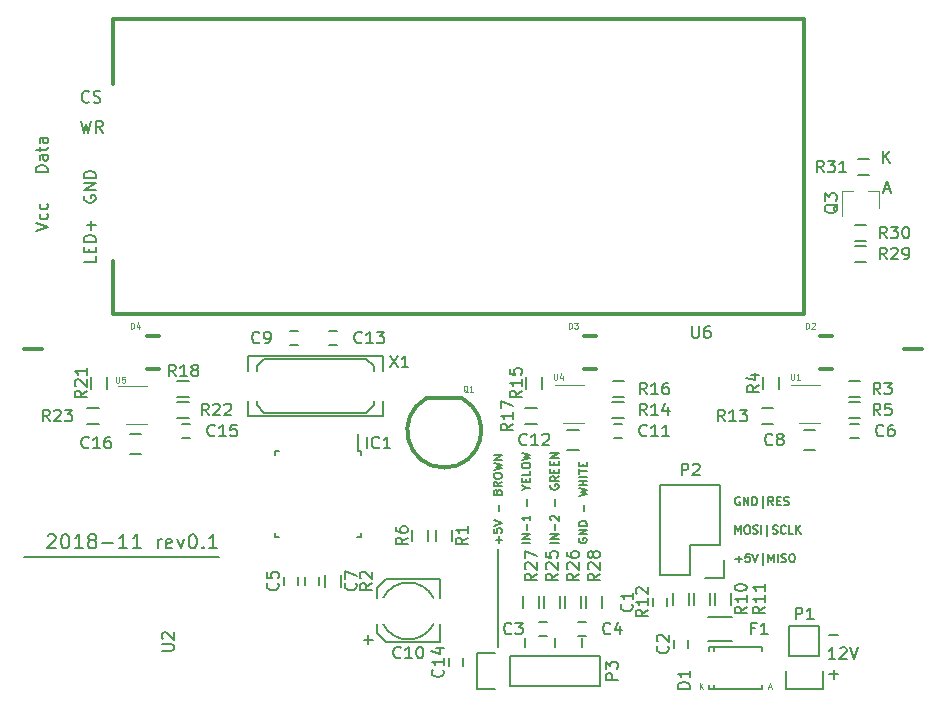
<source format=gto>
G04 #@! TF.GenerationSoftware,KiCad,Pcbnew,(6.0.0-rc1-dev-199-g6b039bc99)*
G04 #@! TF.CreationDate,2018-12-03T23:01:25+01:00*
G04 #@! TF.ProjectId,Ali-FM,416C692D464D2E6B696361645F706362,rev?*
G04 #@! TF.SameCoordinates,Original*
G04 #@! TF.FileFunction,Legend,Top*
G04 #@! TF.FilePolarity,Positive*
%FSLAX46Y46*%
G04 Gerber Fmt 4.6, Leading zero omitted, Abs format (unit mm)*
G04 Created by KiCad (PCBNEW (6.0.0-rc1-dev-199-g6b039bc99)) date Mon Dec  3 23:01:25 2018*
%MOMM*%
%LPD*%
G01*
G04 APERTURE LIST*
%ADD10C,0.150000*%
%ADD11C,0.300000*%
%ADD12C,0.120000*%
%ADD13C,0.100000*%
%ADD14C,0.125000*%
G04 APERTURE END LIST*
D10*
X16510000Y12192000D02*
X0Y12192000D01*
X1972571Y14004857D02*
X2029714Y14062000D01*
X2144000Y14119142D01*
X2429714Y14119142D01*
X2544000Y14062000D01*
X2601142Y14004857D01*
X2658285Y13890571D01*
X2658285Y13776285D01*
X2601142Y13604857D01*
X1915428Y12919142D01*
X2658285Y12919142D01*
X3401142Y14119142D02*
X3515428Y14119142D01*
X3629714Y14062000D01*
X3686857Y14004857D01*
X3744000Y13890571D01*
X3801142Y13662000D01*
X3801142Y13376285D01*
X3744000Y13147714D01*
X3686857Y13033428D01*
X3629714Y12976285D01*
X3515428Y12919142D01*
X3401142Y12919142D01*
X3286857Y12976285D01*
X3229714Y13033428D01*
X3172571Y13147714D01*
X3115428Y13376285D01*
X3115428Y13662000D01*
X3172571Y13890571D01*
X3229714Y14004857D01*
X3286857Y14062000D01*
X3401142Y14119142D01*
X4944000Y12919142D02*
X4258285Y12919142D01*
X4601142Y12919142D02*
X4601142Y14119142D01*
X4486857Y13947714D01*
X4372571Y13833428D01*
X4258285Y13776285D01*
X5629714Y13604857D02*
X5515428Y13662000D01*
X5458285Y13719142D01*
X5401142Y13833428D01*
X5401142Y13890571D01*
X5458285Y14004857D01*
X5515428Y14062000D01*
X5629714Y14119142D01*
X5858285Y14119142D01*
X5972571Y14062000D01*
X6029714Y14004857D01*
X6086857Y13890571D01*
X6086857Y13833428D01*
X6029714Y13719142D01*
X5972571Y13662000D01*
X5858285Y13604857D01*
X5629714Y13604857D01*
X5515428Y13547714D01*
X5458285Y13490571D01*
X5401142Y13376285D01*
X5401142Y13147714D01*
X5458285Y13033428D01*
X5515428Y12976285D01*
X5629714Y12919142D01*
X5858285Y12919142D01*
X5972571Y12976285D01*
X6029714Y13033428D01*
X6086857Y13147714D01*
X6086857Y13376285D01*
X6029714Y13490571D01*
X5972571Y13547714D01*
X5858285Y13604857D01*
X6601142Y13376285D02*
X7515428Y13376285D01*
X8715428Y12919142D02*
X8029714Y12919142D01*
X8372571Y12919142D02*
X8372571Y14119142D01*
X8258285Y13947714D01*
X8143999Y13833428D01*
X8029714Y13776285D01*
X9858285Y12919142D02*
X9172571Y12919142D01*
X9515428Y12919142D02*
X9515428Y14119142D01*
X9401142Y13947714D01*
X9286857Y13833428D01*
X9172571Y13776285D01*
X11286857Y12919142D02*
X11286857Y13719142D01*
X11286857Y13490571D02*
X11344000Y13604857D01*
X11401142Y13662000D01*
X11515428Y13719142D01*
X11629714Y13719142D01*
X12486857Y12976285D02*
X12372571Y12919142D01*
X12144000Y12919142D01*
X12029714Y12976285D01*
X11972571Y13090571D01*
X11972571Y13547714D01*
X12029714Y13662000D01*
X12144000Y13719142D01*
X12372571Y13719142D01*
X12486857Y13662000D01*
X12544000Y13547714D01*
X12544000Y13433428D01*
X11972571Y13319142D01*
X12944000Y13719142D02*
X13229714Y12919142D01*
X13515428Y13719142D01*
X14201142Y14119142D02*
X14315428Y14119142D01*
X14429714Y14062000D01*
X14486857Y14004857D01*
X14544000Y13890571D01*
X14601142Y13662000D01*
X14601142Y13376285D01*
X14544000Y13147714D01*
X14486857Y13033428D01*
X14429714Y12976285D01*
X14315428Y12919142D01*
X14201142Y12919142D01*
X14086857Y12976285D01*
X14029714Y13033428D01*
X13972571Y13147714D01*
X13915428Y13376285D01*
X13915428Y13662000D01*
X13972571Y13890571D01*
X14029714Y14004857D01*
X14086857Y14062000D01*
X14201142Y14119142D01*
X15115428Y13033428D02*
X15172571Y12976285D01*
X15115428Y12919142D01*
X15058285Y12976285D01*
X15115428Y13033428D01*
X15115428Y12919142D01*
X16315428Y12919142D02*
X15629714Y12919142D01*
X15972571Y12919142D02*
X15972571Y14119142D01*
X15858285Y13947714D01*
X15744000Y13833428D01*
X15629714Y13776285D01*
X47244000Y5334000D02*
X47244000Y4572000D01*
X44958000Y5334000D02*
X44958000Y4572000D01*
X42418000Y5334000D02*
X42418000Y4572000D01*
X40132000Y12877800D02*
X40132000Y4572000D01*
X40163400Y13395966D02*
X40163400Y13929300D01*
X40430066Y13662633D02*
X39896733Y13662633D01*
X39730066Y14595966D02*
X39730066Y14262633D01*
X40063400Y14229300D01*
X40030066Y14262633D01*
X39996733Y14329300D01*
X39996733Y14495966D01*
X40030066Y14562633D01*
X40063400Y14595966D01*
X40130066Y14629300D01*
X40296733Y14629300D01*
X40363400Y14595966D01*
X40396733Y14562633D01*
X40430066Y14495966D01*
X40430066Y14329300D01*
X40396733Y14262633D01*
X40363400Y14229300D01*
X39730066Y14829300D02*
X40430066Y15062633D01*
X39730066Y15295966D01*
X40163400Y16062633D02*
X40163400Y16595966D01*
X40063400Y17695966D02*
X40096733Y17795966D01*
X40130066Y17829300D01*
X40196733Y17862633D01*
X40296733Y17862633D01*
X40363400Y17829300D01*
X40396733Y17795966D01*
X40430066Y17729300D01*
X40430066Y17462633D01*
X39730066Y17462633D01*
X39730066Y17695966D01*
X39763400Y17762633D01*
X39796733Y17795966D01*
X39863400Y17829300D01*
X39930066Y17829300D01*
X39996733Y17795966D01*
X40030066Y17762633D01*
X40063400Y17695966D01*
X40063400Y17462633D01*
X40430066Y18562633D02*
X40096733Y18329300D01*
X40430066Y18162633D02*
X39730066Y18162633D01*
X39730066Y18429300D01*
X39763400Y18495966D01*
X39796733Y18529300D01*
X39863400Y18562633D01*
X39963400Y18562633D01*
X40030066Y18529300D01*
X40063400Y18495966D01*
X40096733Y18429300D01*
X40096733Y18162633D01*
X39730066Y18995966D02*
X39730066Y19129300D01*
X39763400Y19195966D01*
X39830066Y19262633D01*
X39963400Y19295966D01*
X40196733Y19295966D01*
X40330066Y19262633D01*
X40396733Y19195966D01*
X40430066Y19129300D01*
X40430066Y18995966D01*
X40396733Y18929300D01*
X40330066Y18862633D01*
X40196733Y18829300D01*
X39963400Y18829300D01*
X39830066Y18862633D01*
X39763400Y18929300D01*
X39730066Y18995966D01*
X39730066Y19529300D02*
X40430066Y19695966D01*
X39930066Y19829300D01*
X40430066Y19962633D01*
X39730066Y20129300D01*
X40430066Y20395966D02*
X39730066Y20395966D01*
X40430066Y20795966D01*
X39730066Y20795966D01*
X42830066Y13395966D02*
X42130066Y13395966D01*
X42830066Y13729300D02*
X42130066Y13729300D01*
X42830066Y14129300D01*
X42130066Y14129300D01*
X42563400Y14462633D02*
X42563400Y14995966D01*
X42830066Y15695966D02*
X42830066Y15295966D01*
X42830066Y15495966D02*
X42130066Y15495966D01*
X42230066Y15429300D01*
X42296733Y15362633D01*
X42330066Y15295966D01*
X42563400Y16529300D02*
X42563400Y17062633D01*
X42496733Y18062633D02*
X42830066Y18062633D01*
X42130066Y17829300D02*
X42496733Y18062633D01*
X42130066Y18295966D01*
X42463400Y18529300D02*
X42463400Y18762633D01*
X42830066Y18862633D02*
X42830066Y18529300D01*
X42130066Y18529300D01*
X42130066Y18862633D01*
X42830066Y19495966D02*
X42830066Y19162633D01*
X42130066Y19162633D01*
X42130066Y19862633D02*
X42130066Y19995966D01*
X42163400Y20062633D01*
X42230066Y20129300D01*
X42363400Y20162633D01*
X42596733Y20162633D01*
X42730066Y20129300D01*
X42796733Y20062633D01*
X42830066Y19995966D01*
X42830066Y19862633D01*
X42796733Y19795966D01*
X42730066Y19729300D01*
X42596733Y19695966D01*
X42363400Y19695966D01*
X42230066Y19729300D01*
X42163400Y19795966D01*
X42130066Y19862633D01*
X42130066Y20395966D02*
X42830066Y20562633D01*
X42330066Y20695966D01*
X42830066Y20829300D01*
X42130066Y20995966D01*
X45230066Y13395966D02*
X44530066Y13395966D01*
X45230066Y13729300D02*
X44530066Y13729300D01*
X45230066Y14129300D01*
X44530066Y14129300D01*
X44963400Y14462633D02*
X44963400Y14995966D01*
X44596733Y15295966D02*
X44563400Y15329300D01*
X44530066Y15395966D01*
X44530066Y15562633D01*
X44563400Y15629300D01*
X44596733Y15662633D01*
X44663400Y15695966D01*
X44730066Y15695966D01*
X44830066Y15662633D01*
X45230066Y15262633D01*
X45230066Y15695966D01*
X44963400Y16529300D02*
X44963400Y17062633D01*
X44563400Y18295966D02*
X44530066Y18229300D01*
X44530066Y18129300D01*
X44563400Y18029300D01*
X44630066Y17962633D01*
X44696733Y17929300D01*
X44830066Y17895966D01*
X44930066Y17895966D01*
X45063400Y17929300D01*
X45130066Y17962633D01*
X45196733Y18029300D01*
X45230066Y18129300D01*
X45230066Y18195966D01*
X45196733Y18295966D01*
X45163400Y18329300D01*
X44930066Y18329300D01*
X44930066Y18195966D01*
X45230066Y19029300D02*
X44896733Y18795966D01*
X45230066Y18629300D02*
X44530066Y18629300D01*
X44530066Y18895966D01*
X44563400Y18962633D01*
X44596733Y18995966D01*
X44663400Y19029300D01*
X44763400Y19029300D01*
X44830066Y18995966D01*
X44863400Y18962633D01*
X44896733Y18895966D01*
X44896733Y18629300D01*
X44863400Y19329300D02*
X44863400Y19562633D01*
X45230066Y19662633D02*
X45230066Y19329300D01*
X44530066Y19329300D01*
X44530066Y19662633D01*
X44863400Y19962633D02*
X44863400Y20195966D01*
X45230066Y20295966D02*
X45230066Y19962633D01*
X44530066Y19962633D01*
X44530066Y20295966D01*
X45230066Y20595966D02*
X44530066Y20595966D01*
X45230066Y20995966D01*
X44530066Y20995966D01*
X46963400Y13762633D02*
X46930066Y13695966D01*
X46930066Y13595966D01*
X46963400Y13495966D01*
X47030066Y13429300D01*
X47096733Y13395966D01*
X47230066Y13362633D01*
X47330066Y13362633D01*
X47463400Y13395966D01*
X47530066Y13429300D01*
X47596733Y13495966D01*
X47630066Y13595966D01*
X47630066Y13662633D01*
X47596733Y13762633D01*
X47563400Y13795966D01*
X47330066Y13795966D01*
X47330066Y13662633D01*
X47630066Y14095966D02*
X46930066Y14095966D01*
X47630066Y14495966D01*
X46930066Y14495966D01*
X47630066Y14829300D02*
X46930066Y14829300D01*
X46930066Y14995966D01*
X46963400Y15095966D01*
X47030066Y15162633D01*
X47096733Y15195966D01*
X47230066Y15229300D01*
X47330066Y15229300D01*
X47463400Y15195966D01*
X47530066Y15162633D01*
X47596733Y15095966D01*
X47630066Y14995966D01*
X47630066Y14829300D01*
X47363400Y16062633D02*
X47363400Y16595966D01*
X46930066Y17395966D02*
X47630066Y17562633D01*
X47130066Y17695966D01*
X47630066Y17829300D01*
X46930066Y17995966D01*
X47630066Y18262633D02*
X46930066Y18262633D01*
X47263400Y18262633D02*
X47263400Y18662633D01*
X47630066Y18662633D02*
X46930066Y18662633D01*
X47630066Y18995966D02*
X46930066Y18995966D01*
X46930066Y19229300D02*
X46930066Y19629300D01*
X47630066Y19429300D02*
X46930066Y19429300D01*
X47263400Y19862633D02*
X47263400Y20095966D01*
X47630066Y20195966D02*
X47630066Y19862633D01*
X46930066Y19862633D01*
X46930066Y20195966D01*
X60574833Y17228000D02*
X60508166Y17261333D01*
X60408166Y17261333D01*
X60308166Y17228000D01*
X60241500Y17161333D01*
X60208166Y17094666D01*
X60174833Y16961333D01*
X60174833Y16861333D01*
X60208166Y16728000D01*
X60241500Y16661333D01*
X60308166Y16594666D01*
X60408166Y16561333D01*
X60474833Y16561333D01*
X60574833Y16594666D01*
X60608166Y16628000D01*
X60608166Y16861333D01*
X60474833Y16861333D01*
X60908166Y16561333D02*
X60908166Y17261333D01*
X61308166Y16561333D01*
X61308166Y17261333D01*
X61641500Y16561333D02*
X61641500Y17261333D01*
X61808166Y17261333D01*
X61908166Y17228000D01*
X61974833Y17161333D01*
X62008166Y17094666D01*
X62041500Y16961333D01*
X62041500Y16861333D01*
X62008166Y16728000D01*
X61974833Y16661333D01*
X61908166Y16594666D01*
X61808166Y16561333D01*
X61641500Y16561333D01*
X62508166Y16328000D02*
X62508166Y17328000D01*
X63408166Y16561333D02*
X63174833Y16894666D01*
X63008166Y16561333D02*
X63008166Y17261333D01*
X63274833Y17261333D01*
X63341500Y17228000D01*
X63374833Y17194666D01*
X63408166Y17128000D01*
X63408166Y17028000D01*
X63374833Y16961333D01*
X63341500Y16928000D01*
X63274833Y16894666D01*
X63008166Y16894666D01*
X63708166Y16928000D02*
X63941500Y16928000D01*
X64041500Y16561333D02*
X63708166Y16561333D01*
X63708166Y17261333D01*
X64041500Y17261333D01*
X64308166Y16594666D02*
X64408166Y16561333D01*
X64574833Y16561333D01*
X64641500Y16594666D01*
X64674833Y16628000D01*
X64708166Y16694666D01*
X64708166Y16761333D01*
X64674833Y16828000D01*
X64641500Y16861333D01*
X64574833Y16894666D01*
X64441500Y16928000D01*
X64374833Y16961333D01*
X64341500Y16994666D01*
X64308166Y17061333D01*
X64308166Y17128000D01*
X64341500Y17194666D01*
X64374833Y17228000D01*
X64441500Y17261333D01*
X64608166Y17261333D01*
X64708166Y17228000D01*
X60208166Y14161333D02*
X60208166Y14861333D01*
X60441500Y14361333D01*
X60674833Y14861333D01*
X60674833Y14161333D01*
X61141500Y14861333D02*
X61274833Y14861333D01*
X61341500Y14828000D01*
X61408166Y14761333D01*
X61441500Y14628000D01*
X61441500Y14394666D01*
X61408166Y14261333D01*
X61341500Y14194666D01*
X61274833Y14161333D01*
X61141500Y14161333D01*
X61074833Y14194666D01*
X61008166Y14261333D01*
X60974833Y14394666D01*
X60974833Y14628000D01*
X61008166Y14761333D01*
X61074833Y14828000D01*
X61141500Y14861333D01*
X61708166Y14194666D02*
X61808166Y14161333D01*
X61974833Y14161333D01*
X62041500Y14194666D01*
X62074833Y14228000D01*
X62108166Y14294666D01*
X62108166Y14361333D01*
X62074833Y14428000D01*
X62041500Y14461333D01*
X61974833Y14494666D01*
X61841500Y14528000D01*
X61774833Y14561333D01*
X61741500Y14594666D01*
X61708166Y14661333D01*
X61708166Y14728000D01*
X61741500Y14794666D01*
X61774833Y14828000D01*
X61841500Y14861333D01*
X62008166Y14861333D01*
X62108166Y14828000D01*
X62408166Y14161333D02*
X62408166Y14861333D01*
X62908166Y13928000D02*
X62908166Y14928000D01*
X63374833Y14194666D02*
X63474833Y14161333D01*
X63641500Y14161333D01*
X63708166Y14194666D01*
X63741500Y14228000D01*
X63774833Y14294666D01*
X63774833Y14361333D01*
X63741500Y14428000D01*
X63708166Y14461333D01*
X63641500Y14494666D01*
X63508166Y14528000D01*
X63441500Y14561333D01*
X63408166Y14594666D01*
X63374833Y14661333D01*
X63374833Y14728000D01*
X63408166Y14794666D01*
X63441500Y14828000D01*
X63508166Y14861333D01*
X63674833Y14861333D01*
X63774833Y14828000D01*
X64474833Y14228000D02*
X64441500Y14194666D01*
X64341500Y14161333D01*
X64274833Y14161333D01*
X64174833Y14194666D01*
X64108166Y14261333D01*
X64074833Y14328000D01*
X64041500Y14461333D01*
X64041500Y14561333D01*
X64074833Y14694666D01*
X64108166Y14761333D01*
X64174833Y14828000D01*
X64274833Y14861333D01*
X64341500Y14861333D01*
X64441500Y14828000D01*
X64474833Y14794666D01*
X65108166Y14161333D02*
X64774833Y14161333D01*
X64774833Y14861333D01*
X65341500Y14161333D02*
X65341500Y14861333D01*
X65741500Y14161333D02*
X65441500Y14561333D01*
X65741500Y14861333D02*
X65341500Y14461333D01*
X60208166Y12028000D02*
X60741500Y12028000D01*
X60474833Y11761333D02*
X60474833Y12294666D01*
X61408166Y12461333D02*
X61074833Y12461333D01*
X61041500Y12128000D01*
X61074833Y12161333D01*
X61141500Y12194666D01*
X61308166Y12194666D01*
X61374833Y12161333D01*
X61408166Y12128000D01*
X61441500Y12061333D01*
X61441500Y11894666D01*
X61408166Y11828000D01*
X61374833Y11794666D01*
X61308166Y11761333D01*
X61141500Y11761333D01*
X61074833Y11794666D01*
X61041500Y11828000D01*
X61641500Y12461333D02*
X61874833Y11761333D01*
X62108166Y12461333D01*
X62508166Y11528000D02*
X62508166Y12528000D01*
X63008166Y11761333D02*
X63008166Y12461333D01*
X63241500Y11961333D01*
X63474833Y12461333D01*
X63474833Y11761333D01*
X63808166Y11761333D02*
X63808166Y12461333D01*
X64108166Y11794666D02*
X64208166Y11761333D01*
X64374833Y11761333D01*
X64441500Y11794666D01*
X64474833Y11828000D01*
X64508166Y11894666D01*
X64508166Y11961333D01*
X64474833Y12028000D01*
X64441500Y12061333D01*
X64374833Y12094666D01*
X64241500Y12128000D01*
X64174833Y12161333D01*
X64141500Y12194666D01*
X64108166Y12261333D01*
X64108166Y12328000D01*
X64141500Y12394666D01*
X64174833Y12428000D01*
X64241500Y12461333D01*
X64408166Y12461333D01*
X64508166Y12428000D01*
X64941500Y12461333D02*
X65074833Y12461333D01*
X65141500Y12428000D01*
X65208166Y12361333D01*
X65241500Y12228000D01*
X65241500Y11994666D01*
X65208166Y11861333D01*
X65141500Y11794666D01*
X65074833Y11761333D01*
X64941500Y11761333D01*
X64874833Y11794666D01*
X64808166Y11861333D01*
X64774833Y11994666D01*
X64774833Y12228000D01*
X64808166Y12361333D01*
X64874833Y12428000D01*
X64941500Y12461333D01*
X68153595Y5578571D02*
X68915500Y5578571D01*
X68677404Y3547619D02*
X68105976Y3547619D01*
X68391690Y3547619D02*
X68391690Y4547619D01*
X68296452Y4404761D01*
X68201214Y4309523D01*
X68105976Y4261904D01*
X69058357Y4452380D02*
X69105976Y4500000D01*
X69201214Y4547619D01*
X69439309Y4547619D01*
X69534547Y4500000D01*
X69582166Y4452380D01*
X69629785Y4357142D01*
X69629785Y4261904D01*
X69582166Y4119047D01*
X69010738Y3547619D01*
X69629785Y3547619D01*
X69915500Y4547619D02*
X70248833Y3547619D01*
X70582166Y4547619D01*
X68153595Y2278571D02*
X68915500Y2278571D01*
X68534547Y1897619D02*
X68534547Y2659523D01*
D11*
G04 #@! TO.C,U6*
X7500000Y57760000D02*
X66000000Y57760000D01*
X7500000Y32760000D02*
X66000000Y32760000D01*
X7500000Y57760000D02*
X7500000Y52260000D01*
X66000000Y57760000D02*
X66000000Y32760000D01*
X7500000Y32760000D02*
X7500000Y37260000D01*
X0Y29760000D02*
X1500000Y29760000D01*
X76000000Y29760000D02*
X74500000Y29760000D01*
D10*
G04 #@! TO.C,C14*
X35976000Y2952000D02*
X35976000Y3652000D01*
X37176000Y3652000D02*
X37176000Y2952000D01*
G04 #@! TO.C,P3*
X41148000Y1270000D02*
X48768000Y1270000D01*
X41148000Y3810000D02*
X48768000Y3810000D01*
X38328000Y4090000D02*
X39878000Y4090000D01*
X48768000Y1270000D02*
X48768000Y3810000D01*
X41148000Y3810000D02*
X41148000Y1270000D01*
X39878000Y990000D02*
X38328000Y990000D01*
X38328000Y990000D02*
X38328000Y4090000D01*
D11*
G04 #@! TO.C,D2*
X68405000Y30901000D02*
X67389000Y30901000D01*
X68405000Y28107000D02*
X67389000Y28107000D01*
G04 #@! TO.C,D3*
X48405000Y28103000D02*
X47389000Y28103000D01*
X48405000Y30897000D02*
X47389000Y30897000D01*
G04 #@! TO.C,D4*
X11405000Y30897000D02*
X10389000Y30897000D01*
X11405000Y28103000D02*
X10389000Y28103000D01*
G04 #@! TO.C,Q1*
X37060000Y25641999D02*
G75*
G02X34060001Y25641999I-1500000J-2749999D01*
G01*
X34060000Y25642000D02*
X37060000Y25642000D01*
D10*
G04 #@! TO.C,F1*
X59928000Y7121000D02*
X57928000Y7121000D01*
X57928000Y5071000D02*
X59928000Y5071000D01*
G04 #@! TO.C,C13*
X25812000Y31334000D02*
X26512000Y31334000D01*
X26512000Y30134000D02*
X25812000Y30134000D01*
G04 #@! TO.C,C9*
X23210000Y30134000D02*
X22510000Y30134000D01*
X22510000Y31334000D02*
X23210000Y31334000D01*
G04 #@! TO.C,C7*
X23784000Y9810000D02*
X23784000Y10510000D01*
X24984000Y10510000D02*
X24984000Y9810000D01*
G04 #@! TO.C,C5*
X22006000Y9810000D02*
X22006000Y10510000D01*
X23206000Y10510000D02*
X23206000Y9810000D01*
G04 #@! TO.C,C4*
X47594000Y5496000D02*
X46894000Y5496000D01*
X46894000Y6696000D02*
X47594000Y6696000D01*
G04 #@! TO.C,C3*
X43592000Y6696000D02*
X44292000Y6696000D01*
X44292000Y5496000D02*
X43592000Y5496000D01*
G04 #@! TO.C,C2*
X55026000Y4476000D02*
X55026000Y5176000D01*
X56226000Y5176000D02*
X56226000Y4476000D01*
G04 #@! TO.C,C1*
X54448000Y8732000D02*
X54448000Y8032000D01*
X53248000Y8032000D02*
X53248000Y8732000D01*
G04 #@! TO.C,R2*
X26837000Y10660000D02*
X26837000Y9660000D01*
X25487000Y9660000D02*
X25487000Y10660000D01*
G04 #@! TO.C,R6*
X34203000Y14502000D02*
X34203000Y13502000D01*
X32853000Y13502000D02*
X32853000Y14502000D01*
G04 #@! TO.C,C6*
X70644000Y22262000D02*
X69944000Y22262000D01*
X69944000Y23462000D02*
X70644000Y23462000D01*
G04 #@! TO.C,C8*
X65984000Y21250000D02*
X66984000Y21250000D01*
X66984000Y22950000D02*
X65984000Y22950000D01*
G04 #@! TO.C,C10*
X30378400Y6502400D02*
G75*
G03X34645600Y6502400I2133600J1117600D01*
G01*
X34645600Y8737600D02*
G75*
G03X30378400Y8737600I-2133600J-1117600D01*
G01*
X35179000Y4953000D02*
X35179000Y6502400D01*
X35179000Y10287000D02*
X35179000Y8737600D01*
X29845000Y9525000D02*
X29845000Y8737600D01*
X29845000Y5715000D02*
X29845000Y6502400D01*
X35179000Y10287000D02*
X30607000Y10287000D01*
X30607000Y10287000D02*
X29845000Y9525000D01*
X29845000Y5715000D02*
X30607000Y4953000D01*
X30607000Y4953000D02*
X35179000Y4953000D01*
G04 #@! TO.C,C11*
X49942000Y23460000D02*
X50642000Y23460000D01*
X50642000Y22260000D02*
X49942000Y22260000D01*
G04 #@! TO.C,C12*
X46982000Y22948000D02*
X45982000Y22948000D01*
X45982000Y21248000D02*
X46982000Y21248000D01*
G04 #@! TO.C,C15*
X14066000Y22260000D02*
X13366000Y22260000D01*
X13366000Y23460000D02*
X14066000Y23460000D01*
G04 #@! TO.C,C16*
X8911001Y20886999D02*
X9911001Y20886999D01*
X9911001Y22586999D02*
X8911001Y22586999D01*
G04 #@! TO.C,D1*
X57947560Y4544060D02*
X62448440Y4544060D01*
X57947560Y1043940D02*
X62448440Y1043940D01*
X62448440Y4544060D02*
X62448440Y4193540D01*
X57947560Y4544060D02*
X57947560Y4193540D01*
X57947560Y1043940D02*
X57947560Y1394460D01*
X62448440Y1043940D02*
X62448440Y1394460D01*
X58398860Y4544060D02*
X58398860Y4193540D01*
X58398860Y1043940D02*
X58398860Y1394460D01*
G04 #@! TO.C,IC1*
X28517000Y21151000D02*
X28292000Y21151000D01*
X28517000Y13901000D02*
X28192000Y13901000D01*
X21267000Y13901000D02*
X21592000Y13901000D01*
X21267000Y21151000D02*
X21592000Y21151000D01*
X28517000Y21151000D02*
X28517000Y20826000D01*
X21267000Y21151000D02*
X21267000Y20826000D01*
X21267000Y13901000D02*
X21267000Y14226000D01*
X28517000Y13901000D02*
X28517000Y14226000D01*
X28292000Y21151000D02*
X28292000Y22576000D01*
G04 #@! TO.C,P1*
X64770000Y3810000D02*
X64770000Y6350000D01*
X64490000Y990000D02*
X64490000Y2540000D01*
X64770000Y3810000D02*
X67310000Y3810000D01*
X67590000Y2540000D02*
X67590000Y990000D01*
X67590000Y990000D02*
X64490000Y990000D01*
X67310000Y3810000D02*
X67310000Y6350000D01*
X67310000Y6350000D02*
X64770000Y6350000D01*
G04 #@! TO.C,P2*
X58928000Y13208000D02*
X58928000Y18288000D01*
X59208000Y10388000D02*
X57658000Y10388000D01*
X56388000Y10668000D02*
X56388000Y13208000D01*
X56388000Y13208000D02*
X58928000Y13208000D01*
X58928000Y18288000D02*
X53848000Y18288000D01*
X53848000Y18288000D02*
X53848000Y13208000D01*
X59208000Y10388000D02*
X59208000Y11938000D01*
X53848000Y10668000D02*
X56388000Y10668000D01*
X53848000Y13208000D02*
X53848000Y10668000D01*
D12*
G04 #@! TO.C,Q3*
X72382000Y43180000D02*
X71452000Y43180000D01*
X69222000Y43180000D02*
X70152000Y43180000D01*
X69222000Y43180000D02*
X69222000Y41020000D01*
X72382000Y43180000D02*
X72382000Y41720000D01*
D10*
G04 #@! TO.C,R1*
X36235000Y14502000D02*
X36235000Y13502000D01*
X34885000Y13502000D02*
X34885000Y14502000D01*
G04 #@! TO.C,R3*
X69794000Y27093000D02*
X70794000Y27093000D01*
X70794000Y25743000D02*
X69794000Y25743000D01*
G04 #@! TO.C,R4*
X62571000Y26424000D02*
X62571000Y27424000D01*
X63921000Y27424000D02*
X63921000Y26424000D01*
G04 #@! TO.C,R5*
X69794000Y25315000D02*
X70794000Y25315000D01*
X70794000Y23965000D02*
X69794000Y23965000D01*
G04 #@! TO.C,R10*
X58079000Y9124000D02*
X58079000Y8124000D01*
X56729000Y8124000D02*
X56729000Y9124000D01*
G04 #@! TO.C,R11*
X59857000Y9136000D02*
X59857000Y8136000D01*
X58507000Y8136000D02*
X58507000Y9136000D01*
G04 #@! TO.C,R12*
X56301000Y9136000D02*
X56301000Y8136000D01*
X54951000Y8136000D02*
X54951000Y9136000D01*
G04 #@! TO.C,R13*
X63428000Y23457000D02*
X62428000Y23457000D01*
X62428000Y24807000D02*
X63428000Y24807000D01*
G04 #@! TO.C,R14*
X49804000Y27091000D02*
X50804000Y27091000D01*
X50804000Y25741000D02*
X49804000Y25741000D01*
G04 #@! TO.C,R15*
X43855000Y27424000D02*
X43855000Y26424000D01*
X42505000Y26424000D02*
X42505000Y27424000D01*
G04 #@! TO.C,R16*
X49792000Y25313000D02*
X50792000Y25313000D01*
X50792000Y23963000D02*
X49792000Y23963000D01*
G04 #@! TO.C,R17*
X43426000Y23455000D02*
X42426000Y23455000D01*
X42426000Y24805000D02*
X43426000Y24805000D01*
G04 #@! TO.C,R18*
X12962000Y27091000D02*
X13962000Y27091000D01*
X13962000Y25741000D02*
X12962000Y25741000D01*
G04 #@! TO.C,R21*
X7025000Y27424000D02*
X7025000Y26424000D01*
X5675000Y26424000D02*
X5675000Y27424000D01*
G04 #@! TO.C,R22*
X12962000Y25313000D02*
X13962000Y25313000D01*
X13962000Y23963000D02*
X12962000Y23963000D01*
G04 #@! TO.C,R23*
X5342000Y24805000D02*
X6342000Y24805000D01*
X6342000Y23455000D02*
X5342000Y23455000D01*
G04 #@! TO.C,R25*
X44029000Y7882000D02*
X44029000Y8882000D01*
X45379000Y8882000D02*
X45379000Y7882000D01*
G04 #@! TO.C,R26*
X45807000Y7882000D02*
X45807000Y8882000D01*
X47157000Y8882000D02*
X47157000Y7882000D01*
G04 #@! TO.C,R27*
X43601000Y8882000D02*
X43601000Y7882000D01*
X42251000Y7882000D02*
X42251000Y8882000D01*
G04 #@! TO.C,R28*
X48935000Y8882000D02*
X48935000Y7882000D01*
X47585000Y7882000D02*
X47585000Y8882000D01*
G04 #@! TO.C,R29*
X71302000Y37173000D02*
X70302000Y37173000D01*
X70302000Y38523000D02*
X71302000Y38523000D01*
G04 #@! TO.C,R30*
X70302000Y40301000D02*
X71302000Y40301000D01*
X71302000Y38951000D02*
X70302000Y38951000D01*
G04 #@! TO.C,R31*
X70556000Y45889000D02*
X71556000Y45889000D01*
X71556000Y44539000D02*
X70556000Y44539000D01*
D12*
G04 #@! TO.C,U1*
X67384000Y26758000D02*
X64934000Y26758000D01*
X65584000Y23538000D02*
X67384000Y23538000D01*
G04 #@! TO.C,U4*
X45582000Y23536000D02*
X47382000Y23536000D01*
X47382000Y26756000D02*
X44932000Y26756000D01*
G04 #@! TO.C,U5*
X8611001Y23426999D02*
X10411001Y23426999D01*
X10411001Y26646999D02*
X7961001Y26646999D01*
D10*
G04 #@! TO.C,X1*
X19685000Y28321000D02*
X19685000Y27940000D01*
X19685000Y25019000D02*
X19685000Y25400000D01*
X29591000Y25019000D02*
X29591000Y25400000D01*
X29591000Y28321000D02*
X29591000Y27940000D01*
X30353000Y29210000D02*
X30353000Y27940000D01*
X30353000Y24130000D02*
X30353000Y25400000D01*
X18923000Y24130000D02*
X18923000Y25400000D01*
X18923000Y29210000D02*
X18923000Y27940000D01*
X19685000Y25019000D02*
X20320000Y24384000D01*
X20320000Y24384000D02*
X28956000Y24384000D01*
X28956000Y24384000D02*
X29591000Y25019000D01*
X29591000Y28321000D02*
X28956000Y28956000D01*
X28956000Y28956000D02*
X20320000Y28956000D01*
X20320000Y28956000D02*
X19685000Y28321000D01*
X30353000Y24130000D02*
X18923000Y24130000D01*
X18923000Y29210000D02*
X30353000Y29210000D01*
G04 #@! TO.C,U6*
X56540495Y31738819D02*
X56540495Y30929295D01*
X56588114Y30834057D01*
X56635733Y30786438D01*
X56730971Y30738819D01*
X56921447Y30738819D01*
X57016685Y30786438D01*
X57064304Y30834057D01*
X57111923Y30929295D01*
X57111923Y31738819D01*
X58016685Y31738819D02*
X57826209Y31738819D01*
X57730971Y31691200D01*
X57683352Y31643580D01*
X57588114Y31500723D01*
X57540495Y31310247D01*
X57540495Y30929295D01*
X57588114Y30834057D01*
X57635733Y30786438D01*
X57730971Y30738819D01*
X57921447Y30738819D01*
X58016685Y30786438D01*
X58064304Y30834057D01*
X58111923Y30929295D01*
X58111923Y31167390D01*
X58064304Y31262628D01*
X58016685Y31310247D01*
X57921447Y31357866D01*
X57730971Y31357866D01*
X57635733Y31310247D01*
X57588114Y31262628D01*
X57540495Y31167390D01*
X5479023Y50752857D02*
X5431404Y50705238D01*
X5288547Y50657619D01*
X5193309Y50657619D01*
X5050452Y50705238D01*
X4955214Y50800476D01*
X4907595Y50895714D01*
X4859976Y51086190D01*
X4859976Y51229047D01*
X4907595Y51419523D01*
X4955214Y51514761D01*
X5050452Y51610000D01*
X5193309Y51657619D01*
X5288547Y51657619D01*
X5431404Y51610000D01*
X5479023Y51562380D01*
X5859976Y50705238D02*
X6002833Y50657619D01*
X6240928Y50657619D01*
X6336166Y50705238D01*
X6383785Y50752857D01*
X6431404Y50848095D01*
X6431404Y50943333D01*
X6383785Y51038571D01*
X6336166Y51086190D01*
X6240928Y51133809D01*
X6050452Y51181428D01*
X5955214Y51229047D01*
X5907595Y51276666D01*
X5859976Y51371904D01*
X5859976Y51467142D01*
X5907595Y51562380D01*
X5955214Y51610000D01*
X6050452Y51657619D01*
X6288547Y51657619D01*
X6431404Y51610000D01*
X4812357Y49117619D02*
X5050452Y48117619D01*
X5240928Y48831904D01*
X5431404Y48117619D01*
X5669500Y49117619D01*
X6621880Y48117619D02*
X6288547Y48593809D01*
X6050452Y48117619D02*
X6050452Y49117619D01*
X6431404Y49117619D01*
X6526642Y49070000D01*
X6574261Y49022380D01*
X6621880Y48927142D01*
X6621880Y48784285D01*
X6574261Y48689047D01*
X6526642Y48641428D01*
X6431404Y48593809D01*
X6050452Y48593809D01*
X1976380Y44785595D02*
X976380Y44785595D01*
X976380Y45023690D01*
X1024000Y45166547D01*
X1119238Y45261785D01*
X1214476Y45309404D01*
X1404952Y45357023D01*
X1547809Y45357023D01*
X1738285Y45309404D01*
X1833523Y45261785D01*
X1928761Y45166547D01*
X1976380Y45023690D01*
X1976380Y44785595D01*
X1976380Y46214166D02*
X1452571Y46214166D01*
X1357333Y46166547D01*
X1309714Y46071309D01*
X1309714Y45880833D01*
X1357333Y45785595D01*
X1928761Y46214166D02*
X1976380Y46118928D01*
X1976380Y45880833D01*
X1928761Y45785595D01*
X1833523Y45737976D01*
X1738285Y45737976D01*
X1643047Y45785595D01*
X1595428Y45880833D01*
X1595428Y46118928D01*
X1547809Y46214166D01*
X1309714Y46547500D02*
X1309714Y46928452D01*
X976380Y46690357D02*
X1833523Y46690357D01*
X1928761Y46737976D01*
X1976380Y46833214D01*
X1976380Y46928452D01*
X1976380Y47690357D02*
X1452571Y47690357D01*
X1357333Y47642738D01*
X1309714Y47547500D01*
X1309714Y47357023D01*
X1357333Y47261785D01*
X1928761Y47690357D02*
X1976380Y47595119D01*
X1976380Y47357023D01*
X1928761Y47261785D01*
X1833523Y47214166D01*
X1738285Y47214166D01*
X1643047Y47261785D01*
X1595428Y47357023D01*
X1595428Y47595119D01*
X1547809Y47690357D01*
X5088000Y42769404D02*
X5040380Y42674166D01*
X5040380Y42531309D01*
X5088000Y42388452D01*
X5183238Y42293214D01*
X5278476Y42245595D01*
X5468952Y42197976D01*
X5611809Y42197976D01*
X5802285Y42245595D01*
X5897523Y42293214D01*
X5992761Y42388452D01*
X6040380Y42531309D01*
X6040380Y42626547D01*
X5992761Y42769404D01*
X5945142Y42817023D01*
X5611809Y42817023D01*
X5611809Y42626547D01*
X6040380Y43245595D02*
X5040380Y43245595D01*
X6040380Y43817023D01*
X5040380Y43817023D01*
X6040380Y44293214D02*
X5040380Y44293214D01*
X5040380Y44531309D01*
X5088000Y44674166D01*
X5183238Y44769404D01*
X5278476Y44817023D01*
X5468952Y44864642D01*
X5611809Y44864642D01*
X5802285Y44817023D01*
X5897523Y44769404D01*
X5992761Y44674166D01*
X6040380Y44531309D01*
X6040380Y44293214D01*
X976380Y39816738D02*
X1976380Y40150071D01*
X976380Y40483404D01*
X1928761Y41245309D02*
X1976380Y41150071D01*
X1976380Y40959595D01*
X1928761Y40864357D01*
X1881142Y40816738D01*
X1785904Y40769119D01*
X1500190Y40769119D01*
X1404952Y40816738D01*
X1357333Y40864357D01*
X1309714Y40959595D01*
X1309714Y41150071D01*
X1357333Y41245309D01*
X1928761Y42102452D02*
X1976380Y42007214D01*
X1976380Y41816738D01*
X1928761Y41721500D01*
X1881142Y41673880D01*
X1785904Y41626261D01*
X1500190Y41626261D01*
X1404952Y41673880D01*
X1357333Y41721500D01*
X1309714Y41816738D01*
X1309714Y42007214D01*
X1357333Y42102452D01*
X6040380Y37641785D02*
X6040380Y37165595D01*
X5040380Y37165595D01*
X5516571Y37975119D02*
X5516571Y38308452D01*
X6040380Y38451309D02*
X6040380Y37975119D01*
X5040380Y37975119D01*
X5040380Y38451309D01*
X6040380Y38879880D02*
X5040380Y38879880D01*
X5040380Y39117976D01*
X5088000Y39260833D01*
X5183238Y39356071D01*
X5278476Y39403690D01*
X5468952Y39451309D01*
X5611809Y39451309D01*
X5802285Y39403690D01*
X5897523Y39356071D01*
X5992761Y39260833D01*
X6040380Y39117976D01*
X6040380Y38879880D01*
X5659428Y39879880D02*
X5659428Y40641785D01*
X6040380Y40260833D02*
X5278476Y40260833D01*
X72700595Y45577619D02*
X72700595Y46577619D01*
X73272023Y45577619D02*
X72843452Y46149047D01*
X73272023Y46577619D02*
X72700595Y46006190D01*
X72795833Y43323333D02*
X73272023Y43323333D01*
X72700595Y43037619D02*
X73033928Y44037619D01*
X73367261Y43037619D01*
G04 #@! TO.C,C14*
X35409142Y2659142D02*
X35456761Y2611523D01*
X35504380Y2468666D01*
X35504380Y2373428D01*
X35456761Y2230571D01*
X35361523Y2135333D01*
X35266285Y2087714D01*
X35075809Y2040095D01*
X34932952Y2040095D01*
X34742476Y2087714D01*
X34647238Y2135333D01*
X34552000Y2230571D01*
X34504380Y2373428D01*
X34504380Y2468666D01*
X34552000Y2611523D01*
X34599619Y2659142D01*
X35504380Y3611523D02*
X35504380Y3040095D01*
X35504380Y3325809D02*
X34504380Y3325809D01*
X34647238Y3230571D01*
X34742476Y3135333D01*
X34790095Y3040095D01*
X34837714Y4468666D02*
X35504380Y4468666D01*
X34456761Y4230571D02*
X35171047Y3992476D01*
X35171047Y4611523D01*
G04 #@! TO.C,P3*
X50236380Y1801904D02*
X49236380Y1801904D01*
X49236380Y2182857D01*
X49284000Y2278095D01*
X49331619Y2325714D01*
X49426857Y2373333D01*
X49569714Y2373333D01*
X49664952Y2325714D01*
X49712571Y2278095D01*
X49760190Y2182857D01*
X49760190Y1801904D01*
X49236380Y2706666D02*
X49236380Y3325714D01*
X49617333Y2992380D01*
X49617333Y3135238D01*
X49664952Y3230476D01*
X49712571Y3278095D01*
X49807809Y3325714D01*
X50045904Y3325714D01*
X50141142Y3278095D01*
X50188761Y3230476D01*
X50236380Y3135238D01*
X50236380Y2849523D01*
X50188761Y2754285D01*
X50141142Y2706666D01*
G04 #@! TO.C,D2*
D13*
X66178952Y31523809D02*
X66178952Y32023809D01*
X66298000Y32023809D01*
X66369428Y32000000D01*
X66417047Y31952380D01*
X66440857Y31904761D01*
X66464666Y31809523D01*
X66464666Y31738095D01*
X66440857Y31642857D01*
X66417047Y31595238D01*
X66369428Y31547619D01*
X66298000Y31523809D01*
X66178952Y31523809D01*
X66655142Y31976190D02*
X66678952Y32000000D01*
X66726571Y32023809D01*
X66845619Y32023809D01*
X66893238Y32000000D01*
X66917047Y31976190D01*
X66940857Y31928571D01*
X66940857Y31880952D01*
X66917047Y31809523D01*
X66631333Y31523809D01*
X66940857Y31523809D01*
G04 #@! TO.C,D3*
X46112952Y31523809D02*
X46112952Y32023809D01*
X46232000Y32023809D01*
X46303428Y32000000D01*
X46351047Y31952380D01*
X46374857Y31904761D01*
X46398666Y31809523D01*
X46398666Y31738095D01*
X46374857Y31642857D01*
X46351047Y31595238D01*
X46303428Y31547619D01*
X46232000Y31523809D01*
X46112952Y31523809D01*
X46565333Y32023809D02*
X46874857Y32023809D01*
X46708190Y31833333D01*
X46779619Y31833333D01*
X46827238Y31809523D01*
X46851047Y31785714D01*
X46874857Y31738095D01*
X46874857Y31619047D01*
X46851047Y31571428D01*
X46827238Y31547619D01*
X46779619Y31523809D01*
X46636761Y31523809D01*
X46589142Y31547619D01*
X46565333Y31571428D01*
G04 #@! TO.C,D4*
X9028952Y31523809D02*
X9028952Y32023809D01*
X9148000Y32023809D01*
X9219428Y32000000D01*
X9267047Y31952380D01*
X9290857Y31904761D01*
X9314666Y31809523D01*
X9314666Y31738095D01*
X9290857Y31642857D01*
X9267047Y31595238D01*
X9219428Y31547619D01*
X9148000Y31523809D01*
X9028952Y31523809D01*
X9743238Y31857142D02*
X9743238Y31523809D01*
X9624190Y32047619D02*
X9505142Y31690476D01*
X9814666Y31690476D01*
G04 #@! TO.C,Q1*
D14*
X37544380Y26142190D02*
X37496761Y26166000D01*
X37449142Y26213619D01*
X37377714Y26285047D01*
X37330095Y26308857D01*
X37282476Y26308857D01*
X37306285Y26189809D02*
X37258666Y26213619D01*
X37211047Y26261238D01*
X37187238Y26356476D01*
X37187238Y26523142D01*
X37211047Y26618380D01*
X37258666Y26666000D01*
X37306285Y26689809D01*
X37401523Y26689809D01*
X37449142Y26666000D01*
X37496761Y26618380D01*
X37520571Y26523142D01*
X37520571Y26356476D01*
X37496761Y26261238D01*
X37449142Y26213619D01*
X37401523Y26189809D01*
X37306285Y26189809D01*
X37996761Y26189809D02*
X37711047Y26189809D01*
X37853904Y26189809D02*
X37853904Y26689809D01*
X37806285Y26618380D01*
X37758666Y26570761D01*
X37711047Y26546952D01*
G04 #@! TO.C,F1*
D10*
X61896666Y6167428D02*
X61563333Y6167428D01*
X61563333Y5643619D02*
X61563333Y6643619D01*
X62039523Y6643619D01*
X62944285Y5643619D02*
X62372857Y5643619D01*
X62658571Y5643619D02*
X62658571Y6643619D01*
X62563333Y6500761D01*
X62468095Y6405523D01*
X62372857Y6357904D01*
G04 #@! TO.C,C13*
X28567142Y30376857D02*
X28519523Y30329238D01*
X28376666Y30281619D01*
X28281428Y30281619D01*
X28138571Y30329238D01*
X28043333Y30424476D01*
X27995714Y30519714D01*
X27948095Y30710190D01*
X27948095Y30853047D01*
X27995714Y31043523D01*
X28043333Y31138761D01*
X28138571Y31234000D01*
X28281428Y31281619D01*
X28376666Y31281619D01*
X28519523Y31234000D01*
X28567142Y31186380D01*
X29519523Y30281619D02*
X28948095Y30281619D01*
X29233809Y30281619D02*
X29233809Y31281619D01*
X29138571Y31138761D01*
X29043333Y31043523D01*
X28948095Y30995904D01*
X29852857Y31281619D02*
X30471904Y31281619D01*
X30138571Y30900666D01*
X30281428Y30900666D01*
X30376666Y30853047D01*
X30424285Y30805428D01*
X30471904Y30710190D01*
X30471904Y30472095D01*
X30424285Y30376857D01*
X30376666Y30329238D01*
X30281428Y30281619D01*
X29995714Y30281619D01*
X29900476Y30329238D01*
X29852857Y30376857D01*
G04 #@! TO.C,C9*
X19899333Y30376857D02*
X19851714Y30329238D01*
X19708857Y30281619D01*
X19613619Y30281619D01*
X19470761Y30329238D01*
X19375523Y30424476D01*
X19327904Y30519714D01*
X19280285Y30710190D01*
X19280285Y30853047D01*
X19327904Y31043523D01*
X19375523Y31138761D01*
X19470761Y31234000D01*
X19613619Y31281619D01*
X19708857Y31281619D01*
X19851714Y31234000D01*
X19899333Y31186380D01*
X20375523Y30281619D02*
X20566000Y30281619D01*
X20661238Y30329238D01*
X20708857Y30376857D01*
X20804095Y30519714D01*
X20851714Y30710190D01*
X20851714Y31091142D01*
X20804095Y31186380D01*
X20756476Y31234000D01*
X20661238Y31281619D01*
X20470761Y31281619D01*
X20375523Y31234000D01*
X20327904Y31186380D01*
X20280285Y31091142D01*
X20280285Y30853047D01*
X20327904Y30757809D01*
X20375523Y30710190D01*
X20470761Y30662571D01*
X20661238Y30662571D01*
X20756476Y30710190D01*
X20804095Y30757809D01*
X20851714Y30853047D01*
G04 #@! TO.C,C7*
X28043142Y9993333D02*
X28090761Y9945714D01*
X28138380Y9802857D01*
X28138380Y9707619D01*
X28090761Y9564761D01*
X27995523Y9469523D01*
X27900285Y9421904D01*
X27709809Y9374285D01*
X27566952Y9374285D01*
X27376476Y9421904D01*
X27281238Y9469523D01*
X27186000Y9564761D01*
X27138380Y9707619D01*
X27138380Y9802857D01*
X27186000Y9945714D01*
X27233619Y9993333D01*
X27138380Y10326666D02*
X27138380Y10993333D01*
X28138380Y10564761D01*
G04 #@! TO.C,C5*
X21439142Y9993333D02*
X21486761Y9945714D01*
X21534380Y9802857D01*
X21534380Y9707619D01*
X21486761Y9564761D01*
X21391523Y9469523D01*
X21296285Y9421904D01*
X21105809Y9374285D01*
X20962952Y9374285D01*
X20772476Y9421904D01*
X20677238Y9469523D01*
X20582000Y9564761D01*
X20534380Y9707619D01*
X20534380Y9802857D01*
X20582000Y9945714D01*
X20629619Y9993333D01*
X20534380Y10898095D02*
X20534380Y10421904D01*
X21010571Y10374285D01*
X20962952Y10421904D01*
X20915333Y10517142D01*
X20915333Y10755238D01*
X20962952Y10850476D01*
X21010571Y10898095D01*
X21105809Y10945714D01*
X21343904Y10945714D01*
X21439142Y10898095D01*
X21486761Y10850476D01*
X21534380Y10755238D01*
X21534380Y10517142D01*
X21486761Y10421904D01*
X21439142Y10374285D01*
G04 #@! TO.C,C4*
X49617333Y5738857D02*
X49569714Y5691238D01*
X49426857Y5643619D01*
X49331619Y5643619D01*
X49188761Y5691238D01*
X49093523Y5786476D01*
X49045904Y5881714D01*
X48998285Y6072190D01*
X48998285Y6215047D01*
X49045904Y6405523D01*
X49093523Y6500761D01*
X49188761Y6596000D01*
X49331619Y6643619D01*
X49426857Y6643619D01*
X49569714Y6596000D01*
X49617333Y6548380D01*
X50474476Y6310285D02*
X50474476Y5643619D01*
X50236380Y6691238D02*
X49998285Y5976952D01*
X50617333Y5976952D01*
G04 #@! TO.C,C3*
X41235333Y5738857D02*
X41187714Y5691238D01*
X41044857Y5643619D01*
X40949619Y5643619D01*
X40806761Y5691238D01*
X40711523Y5786476D01*
X40663904Y5881714D01*
X40616285Y6072190D01*
X40616285Y6215047D01*
X40663904Y6405523D01*
X40711523Y6500761D01*
X40806761Y6596000D01*
X40949619Y6643619D01*
X41044857Y6643619D01*
X41187714Y6596000D01*
X41235333Y6548380D01*
X41568666Y6643619D02*
X42187714Y6643619D01*
X41854380Y6262666D01*
X41997238Y6262666D01*
X42092476Y6215047D01*
X42140095Y6167428D01*
X42187714Y6072190D01*
X42187714Y5834095D01*
X42140095Y5738857D01*
X42092476Y5691238D01*
X41997238Y5643619D01*
X41711523Y5643619D01*
X41616285Y5691238D01*
X41568666Y5738857D01*
G04 #@! TO.C,C2*
X54459142Y4659333D02*
X54506761Y4611714D01*
X54554380Y4468857D01*
X54554380Y4373619D01*
X54506761Y4230761D01*
X54411523Y4135523D01*
X54316285Y4087904D01*
X54125809Y4040285D01*
X53982952Y4040285D01*
X53792476Y4087904D01*
X53697238Y4135523D01*
X53602000Y4230761D01*
X53554380Y4373619D01*
X53554380Y4468857D01*
X53602000Y4611714D01*
X53649619Y4659333D01*
X53649619Y5040285D02*
X53602000Y5087904D01*
X53554380Y5183142D01*
X53554380Y5421238D01*
X53602000Y5516476D01*
X53649619Y5564095D01*
X53744857Y5611714D01*
X53840095Y5611714D01*
X53982952Y5564095D01*
X54554380Y4992666D01*
X54554380Y5611714D01*
G04 #@! TO.C,C1*
X51411142Y8215333D02*
X51458761Y8167714D01*
X51506380Y8024857D01*
X51506380Y7929619D01*
X51458761Y7786761D01*
X51363523Y7691523D01*
X51268285Y7643904D01*
X51077809Y7596285D01*
X50934952Y7596285D01*
X50744476Y7643904D01*
X50649238Y7691523D01*
X50554000Y7786761D01*
X50506380Y7929619D01*
X50506380Y8024857D01*
X50554000Y8167714D01*
X50601619Y8215333D01*
X51506380Y9167714D02*
X51506380Y8596285D01*
X51506380Y8882000D02*
X50506380Y8882000D01*
X50649238Y8786761D01*
X50744476Y8691523D01*
X50792095Y8596285D01*
G04 #@! TO.C,R2*
X29408380Y9993333D02*
X28932190Y9660000D01*
X29408380Y9421904D02*
X28408380Y9421904D01*
X28408380Y9802857D01*
X28456000Y9898095D01*
X28503619Y9945714D01*
X28598857Y9993333D01*
X28741714Y9993333D01*
X28836952Y9945714D01*
X28884571Y9898095D01*
X28932190Y9802857D01*
X28932190Y9421904D01*
X28503619Y10374285D02*
X28456000Y10421904D01*
X28408380Y10517142D01*
X28408380Y10755238D01*
X28456000Y10850476D01*
X28503619Y10898095D01*
X28598857Y10945714D01*
X28694095Y10945714D01*
X28836952Y10898095D01*
X29408380Y10326666D01*
X29408380Y10945714D01*
G04 #@! TO.C,R6*
X32456380Y13835333D02*
X31980190Y13502000D01*
X32456380Y13263904D02*
X31456380Y13263904D01*
X31456380Y13644857D01*
X31504000Y13740095D01*
X31551619Y13787714D01*
X31646857Y13835333D01*
X31789714Y13835333D01*
X31884952Y13787714D01*
X31932571Y13740095D01*
X31980190Y13644857D01*
X31980190Y13263904D01*
X31456380Y14692476D02*
X31456380Y14502000D01*
X31504000Y14406761D01*
X31551619Y14359142D01*
X31694476Y14263904D01*
X31884952Y14216285D01*
X32265904Y14216285D01*
X32361142Y14263904D01*
X32408761Y14311523D01*
X32456380Y14406761D01*
X32456380Y14597238D01*
X32408761Y14692476D01*
X32361142Y14740095D01*
X32265904Y14787714D01*
X32027809Y14787714D01*
X31932571Y14740095D01*
X31884952Y14692476D01*
X31837333Y14597238D01*
X31837333Y14406761D01*
X31884952Y14311523D01*
X31932571Y14263904D01*
X32027809Y14216285D01*
G04 #@! TO.C,C6*
X72731333Y22502857D02*
X72683714Y22455238D01*
X72540857Y22407619D01*
X72445619Y22407619D01*
X72302761Y22455238D01*
X72207523Y22550476D01*
X72159904Y22645714D01*
X72112285Y22836190D01*
X72112285Y22979047D01*
X72159904Y23169523D01*
X72207523Y23264761D01*
X72302761Y23360000D01*
X72445619Y23407619D01*
X72540857Y23407619D01*
X72683714Y23360000D01*
X72731333Y23312380D01*
X73588476Y23407619D02*
X73398000Y23407619D01*
X73302761Y23360000D01*
X73255142Y23312380D01*
X73159904Y23169523D01*
X73112285Y22979047D01*
X73112285Y22598095D01*
X73159904Y22502857D01*
X73207523Y22455238D01*
X73302761Y22407619D01*
X73493238Y22407619D01*
X73588476Y22455238D01*
X73636095Y22502857D01*
X73683714Y22598095D01*
X73683714Y22836190D01*
X73636095Y22931428D01*
X73588476Y22979047D01*
X73493238Y23026666D01*
X73302761Y23026666D01*
X73207523Y22979047D01*
X73159904Y22931428D01*
X73112285Y22836190D01*
G04 #@! TO.C,C8*
X63333333Y21740857D02*
X63285714Y21693238D01*
X63142857Y21645619D01*
X63047619Y21645619D01*
X62904761Y21693238D01*
X62809523Y21788476D01*
X62761904Y21883714D01*
X62714285Y22074190D01*
X62714285Y22217047D01*
X62761904Y22407523D01*
X62809523Y22502761D01*
X62904761Y22598000D01*
X63047619Y22645619D01*
X63142857Y22645619D01*
X63285714Y22598000D01*
X63333333Y22550380D01*
X63904761Y22217047D02*
X63809523Y22264666D01*
X63761904Y22312285D01*
X63714285Y22407523D01*
X63714285Y22455142D01*
X63761904Y22550380D01*
X63809523Y22598000D01*
X63904761Y22645619D01*
X64095238Y22645619D01*
X64190476Y22598000D01*
X64238095Y22550380D01*
X64285714Y22455142D01*
X64285714Y22407523D01*
X64238095Y22312285D01*
X64190476Y22264666D01*
X64095238Y22217047D01*
X63904761Y22217047D01*
X63809523Y22169428D01*
X63761904Y22121809D01*
X63714285Y22026571D01*
X63714285Y21836095D01*
X63761904Y21740857D01*
X63809523Y21693238D01*
X63904761Y21645619D01*
X64095238Y21645619D01*
X64190476Y21693238D01*
X64238095Y21740857D01*
X64285714Y21836095D01*
X64285714Y22026571D01*
X64238095Y22121809D01*
X64190476Y22169428D01*
X64095238Y22217047D01*
G04 #@! TO.C,C10*
X31869142Y3706857D02*
X31821523Y3659238D01*
X31678666Y3611619D01*
X31583428Y3611619D01*
X31440571Y3659238D01*
X31345333Y3754476D01*
X31297714Y3849714D01*
X31250095Y4040190D01*
X31250095Y4183047D01*
X31297714Y4373523D01*
X31345333Y4468761D01*
X31440571Y4564000D01*
X31583428Y4611619D01*
X31678666Y4611619D01*
X31821523Y4564000D01*
X31869142Y4516380D01*
X32821523Y3611619D02*
X32250095Y3611619D01*
X32535809Y3611619D02*
X32535809Y4611619D01*
X32440571Y4468761D01*
X32345333Y4373523D01*
X32250095Y4325904D01*
X33440571Y4611619D02*
X33535809Y4611619D01*
X33631047Y4564000D01*
X33678666Y4516380D01*
X33726285Y4421142D01*
X33773904Y4230666D01*
X33773904Y3992571D01*
X33726285Y3802095D01*
X33678666Y3706857D01*
X33631047Y3659238D01*
X33535809Y3611619D01*
X33440571Y3611619D01*
X33345333Y3659238D01*
X33297714Y3706857D01*
X33250095Y3802095D01*
X33202476Y3992571D01*
X33202476Y4230666D01*
X33250095Y4421142D01*
X33297714Y4516380D01*
X33345333Y4564000D01*
X33440571Y4611619D01*
X28752847Y5186371D02*
X29514752Y5186371D01*
X29133800Y4805419D02*
X29133800Y5567323D01*
G04 #@! TO.C,C11*
X52697142Y22502857D02*
X52649523Y22455238D01*
X52506666Y22407619D01*
X52411428Y22407619D01*
X52268571Y22455238D01*
X52173333Y22550476D01*
X52125714Y22645714D01*
X52078095Y22836190D01*
X52078095Y22979047D01*
X52125714Y23169523D01*
X52173333Y23264761D01*
X52268571Y23360000D01*
X52411428Y23407619D01*
X52506666Y23407619D01*
X52649523Y23360000D01*
X52697142Y23312380D01*
X53649523Y22407619D02*
X53078095Y22407619D01*
X53363809Y22407619D02*
X53363809Y23407619D01*
X53268571Y23264761D01*
X53173333Y23169523D01*
X53078095Y23121904D01*
X54601904Y22407619D02*
X54030476Y22407619D01*
X54316190Y22407619D02*
X54316190Y23407619D01*
X54220952Y23264761D01*
X54125714Y23169523D01*
X54030476Y23121904D01*
G04 #@! TO.C,C12*
X42537142Y21740857D02*
X42489523Y21693238D01*
X42346666Y21645619D01*
X42251428Y21645619D01*
X42108571Y21693238D01*
X42013333Y21788476D01*
X41965714Y21883714D01*
X41918095Y22074190D01*
X41918095Y22217047D01*
X41965714Y22407523D01*
X42013333Y22502761D01*
X42108571Y22598000D01*
X42251428Y22645619D01*
X42346666Y22645619D01*
X42489523Y22598000D01*
X42537142Y22550380D01*
X43489523Y21645619D02*
X42918095Y21645619D01*
X43203809Y21645619D02*
X43203809Y22645619D01*
X43108571Y22502761D01*
X43013333Y22407523D01*
X42918095Y22359904D01*
X43870476Y22550380D02*
X43918095Y22598000D01*
X44013333Y22645619D01*
X44251428Y22645619D01*
X44346666Y22598000D01*
X44394285Y22550380D01*
X44441904Y22455142D01*
X44441904Y22359904D01*
X44394285Y22217047D01*
X43822857Y21645619D01*
X44441904Y21645619D01*
G04 #@! TO.C,C15*
X16121142Y22502857D02*
X16073523Y22455238D01*
X15930666Y22407619D01*
X15835428Y22407619D01*
X15692571Y22455238D01*
X15597333Y22550476D01*
X15549714Y22645714D01*
X15502095Y22836190D01*
X15502095Y22979047D01*
X15549714Y23169523D01*
X15597333Y23264761D01*
X15692571Y23360000D01*
X15835428Y23407619D01*
X15930666Y23407619D01*
X16073523Y23360000D01*
X16121142Y23312380D01*
X17073523Y22407619D02*
X16502095Y22407619D01*
X16787809Y22407619D02*
X16787809Y23407619D01*
X16692571Y23264761D01*
X16597333Y23169523D01*
X16502095Y23121904D01*
X17978285Y23407619D02*
X17502095Y23407619D01*
X17454476Y22931428D01*
X17502095Y22979047D01*
X17597333Y23026666D01*
X17835428Y23026666D01*
X17930666Y22979047D01*
X17978285Y22931428D01*
X18025904Y22836190D01*
X18025904Y22598095D01*
X17978285Y22502857D01*
X17930666Y22455238D01*
X17835428Y22407619D01*
X17597333Y22407619D01*
X17502095Y22455238D01*
X17454476Y22502857D01*
G04 #@! TO.C,C16*
X5453142Y21486857D02*
X5405523Y21439238D01*
X5262666Y21391619D01*
X5167428Y21391619D01*
X5024571Y21439238D01*
X4929333Y21534476D01*
X4881714Y21629714D01*
X4834095Y21820190D01*
X4834095Y21963047D01*
X4881714Y22153523D01*
X4929333Y22248761D01*
X5024571Y22344000D01*
X5167428Y22391619D01*
X5262666Y22391619D01*
X5405523Y22344000D01*
X5453142Y22296380D01*
X6405523Y21391619D02*
X5834095Y21391619D01*
X6119809Y21391619D02*
X6119809Y22391619D01*
X6024571Y22248761D01*
X5929333Y22153523D01*
X5834095Y22105904D01*
X7262666Y22391619D02*
X7072190Y22391619D01*
X6976952Y22344000D01*
X6929333Y22296380D01*
X6834095Y22153523D01*
X6786476Y21963047D01*
X6786476Y21582095D01*
X6834095Y21486857D01*
X6881714Y21439238D01*
X6976952Y21391619D01*
X7167428Y21391619D01*
X7262666Y21439238D01*
X7310285Y21486857D01*
X7357904Y21582095D01*
X7357904Y21820190D01*
X7310285Y21915428D01*
X7262666Y21963047D01*
X7167428Y22010666D01*
X6976952Y22010666D01*
X6881714Y21963047D01*
X6834095Y21915428D01*
X6786476Y21820190D01*
G04 #@! TO.C,D1*
X56332380Y1039904D02*
X55332380Y1039904D01*
X55332380Y1278000D01*
X55380000Y1420857D01*
X55475238Y1516095D01*
X55570476Y1563714D01*
X55760952Y1611333D01*
X55903809Y1611333D01*
X56094285Y1563714D01*
X56189523Y1516095D01*
X56284761Y1420857D01*
X56332380Y1278000D01*
X56332380Y1039904D01*
X56332380Y2563714D02*
X56332380Y1992285D01*
X56332380Y2278000D02*
X55332380Y2278000D01*
X55475238Y2182761D01*
X55570476Y2087523D01*
X55618095Y1992285D01*
D14*
X62978952Y1186666D02*
X63217047Y1186666D01*
X62931333Y1043809D02*
X63098000Y1543809D01*
X63264666Y1043809D01*
X57167047Y1043809D02*
X57167047Y1543809D01*
X57452761Y1043809D02*
X57238476Y1329523D01*
X57452761Y1543809D02*
X57167047Y1258095D01*
G04 #@! TO.C,IC1*
D10*
X28995809Y21391619D02*
X28995809Y22391619D01*
X30043428Y21486857D02*
X29995809Y21439238D01*
X29852952Y21391619D01*
X29757714Y21391619D01*
X29614857Y21439238D01*
X29519619Y21534476D01*
X29472000Y21629714D01*
X29424380Y21820190D01*
X29424380Y21963047D01*
X29472000Y22153523D01*
X29519619Y22248761D01*
X29614857Y22344000D01*
X29757714Y22391619D01*
X29852952Y22391619D01*
X29995809Y22344000D01*
X30043428Y22296380D01*
X30995809Y21391619D02*
X30424380Y21391619D01*
X30710095Y21391619D02*
X30710095Y22391619D01*
X30614857Y22248761D01*
X30519619Y22153523D01*
X30424380Y22105904D01*
G04 #@! TO.C,P1*
X65301904Y6913619D02*
X65301904Y7913619D01*
X65682857Y7913619D01*
X65778095Y7866000D01*
X65825714Y7818380D01*
X65873333Y7723142D01*
X65873333Y7580285D01*
X65825714Y7485047D01*
X65778095Y7437428D01*
X65682857Y7389809D01*
X65301904Y7389809D01*
X66825714Y6913619D02*
X66254285Y6913619D01*
X66540000Y6913619D02*
X66540000Y7913619D01*
X66444761Y7770761D01*
X66349523Y7675523D01*
X66254285Y7627904D01*
G04 #@! TO.C,P2*
X55649904Y19105619D02*
X55649904Y20105619D01*
X56030857Y20105619D01*
X56126095Y20058000D01*
X56173714Y20010380D01*
X56221333Y19915142D01*
X56221333Y19772285D01*
X56173714Y19677047D01*
X56126095Y19629428D01*
X56030857Y19581809D01*
X55649904Y19581809D01*
X56602285Y20010380D02*
X56649904Y20058000D01*
X56745142Y20105619D01*
X56983238Y20105619D01*
X57078476Y20058000D01*
X57126095Y20010380D01*
X57173714Y19915142D01*
X57173714Y19819904D01*
X57126095Y19677047D01*
X56554666Y19105619D01*
X57173714Y19105619D01*
G04 #@! TO.C,Q3*
X68873619Y42068761D02*
X68826000Y41973523D01*
X68730761Y41878285D01*
X68587904Y41735428D01*
X68540285Y41640190D01*
X68540285Y41544952D01*
X68778380Y41592571D02*
X68730761Y41497333D01*
X68635523Y41402095D01*
X68445047Y41354476D01*
X68111714Y41354476D01*
X67921238Y41402095D01*
X67826000Y41497333D01*
X67778380Y41592571D01*
X67778380Y41783047D01*
X67826000Y41878285D01*
X67921238Y41973523D01*
X68111714Y42021142D01*
X68445047Y42021142D01*
X68635523Y41973523D01*
X68730761Y41878285D01*
X68778380Y41783047D01*
X68778380Y41592571D01*
X67778380Y42354476D02*
X67778380Y42973523D01*
X68159333Y42640190D01*
X68159333Y42783047D01*
X68206952Y42878285D01*
X68254571Y42925904D01*
X68349809Y42973523D01*
X68587904Y42973523D01*
X68683142Y42925904D01*
X68730761Y42878285D01*
X68778380Y42783047D01*
X68778380Y42497333D01*
X68730761Y42402095D01*
X68683142Y42354476D01*
G04 #@! TO.C,R1*
X37536380Y13835333D02*
X37060190Y13502000D01*
X37536380Y13263904D02*
X36536380Y13263904D01*
X36536380Y13644857D01*
X36584000Y13740095D01*
X36631619Y13787714D01*
X36726857Y13835333D01*
X36869714Y13835333D01*
X36964952Y13787714D01*
X37012571Y13740095D01*
X37060190Y13644857D01*
X37060190Y13263904D01*
X37536380Y14787714D02*
X37536380Y14216285D01*
X37536380Y14502000D02*
X36536380Y14502000D01*
X36679238Y14406761D01*
X36774476Y14311523D01*
X36822095Y14216285D01*
G04 #@! TO.C,R3*
X72477333Y25963619D02*
X72144000Y26439809D01*
X71905904Y25963619D02*
X71905904Y26963619D01*
X72286857Y26963619D01*
X72382095Y26916000D01*
X72429714Y26868380D01*
X72477333Y26773142D01*
X72477333Y26630285D01*
X72429714Y26535047D01*
X72382095Y26487428D01*
X72286857Y26439809D01*
X71905904Y26439809D01*
X72810666Y26963619D02*
X73429714Y26963619D01*
X73096380Y26582666D01*
X73239238Y26582666D01*
X73334476Y26535047D01*
X73382095Y26487428D01*
X73429714Y26392190D01*
X73429714Y26154095D01*
X73382095Y26058857D01*
X73334476Y26011238D01*
X73239238Y25963619D01*
X72953523Y25963619D01*
X72858285Y26011238D01*
X72810666Y26058857D01*
G04 #@! TO.C,R4*
X62174380Y26757333D02*
X61698190Y26424000D01*
X62174380Y26185904D02*
X61174380Y26185904D01*
X61174380Y26566857D01*
X61222000Y26662095D01*
X61269619Y26709714D01*
X61364857Y26757333D01*
X61507714Y26757333D01*
X61602952Y26709714D01*
X61650571Y26662095D01*
X61698190Y26566857D01*
X61698190Y26185904D01*
X61507714Y27614476D02*
X62174380Y27614476D01*
X61126761Y27376380D02*
X61841047Y27138285D01*
X61841047Y27757333D01*
G04 #@! TO.C,R5*
X72477333Y24185619D02*
X72144000Y24661809D01*
X71905904Y24185619D02*
X71905904Y25185619D01*
X72286857Y25185619D01*
X72382095Y25138000D01*
X72429714Y25090380D01*
X72477333Y24995142D01*
X72477333Y24852285D01*
X72429714Y24757047D01*
X72382095Y24709428D01*
X72286857Y24661809D01*
X71905904Y24661809D01*
X73382095Y25185619D02*
X72905904Y25185619D01*
X72858285Y24709428D01*
X72905904Y24757047D01*
X73001142Y24804666D01*
X73239238Y24804666D01*
X73334476Y24757047D01*
X73382095Y24709428D01*
X73429714Y24614190D01*
X73429714Y24376095D01*
X73382095Y24280857D01*
X73334476Y24233238D01*
X73239238Y24185619D01*
X73001142Y24185619D01*
X72905904Y24233238D01*
X72858285Y24280857D01*
G04 #@! TO.C,R10*
X61158380Y7993142D02*
X60682190Y7659809D01*
X61158380Y7421714D02*
X60158380Y7421714D01*
X60158380Y7802666D01*
X60206000Y7897904D01*
X60253619Y7945523D01*
X60348857Y7993142D01*
X60491714Y7993142D01*
X60586952Y7945523D01*
X60634571Y7897904D01*
X60682190Y7802666D01*
X60682190Y7421714D01*
X61158380Y8945523D02*
X61158380Y8374095D01*
X61158380Y8659809D02*
X60158380Y8659809D01*
X60301238Y8564571D01*
X60396476Y8469333D01*
X60444095Y8374095D01*
X60158380Y9564571D02*
X60158380Y9659809D01*
X60206000Y9755047D01*
X60253619Y9802666D01*
X60348857Y9850285D01*
X60539333Y9897904D01*
X60777428Y9897904D01*
X60967904Y9850285D01*
X61063142Y9802666D01*
X61110761Y9755047D01*
X61158380Y9659809D01*
X61158380Y9564571D01*
X61110761Y9469333D01*
X61063142Y9421714D01*
X60967904Y9374095D01*
X60777428Y9326476D01*
X60539333Y9326476D01*
X60348857Y9374095D01*
X60253619Y9421714D01*
X60206000Y9469333D01*
X60158380Y9564571D01*
G04 #@! TO.C,R11*
X62682380Y7993142D02*
X62206190Y7659809D01*
X62682380Y7421714D02*
X61682380Y7421714D01*
X61682380Y7802666D01*
X61730000Y7897904D01*
X61777619Y7945523D01*
X61872857Y7993142D01*
X62015714Y7993142D01*
X62110952Y7945523D01*
X62158571Y7897904D01*
X62206190Y7802666D01*
X62206190Y7421714D01*
X62682380Y8945523D02*
X62682380Y8374095D01*
X62682380Y8659809D02*
X61682380Y8659809D01*
X61825238Y8564571D01*
X61920476Y8469333D01*
X61968095Y8374095D01*
X62682380Y9897904D02*
X62682380Y9326476D01*
X62682380Y9612190D02*
X61682380Y9612190D01*
X61825238Y9516952D01*
X61920476Y9421714D01*
X61968095Y9326476D01*
G04 #@! TO.C,R12*
X52776380Y7739142D02*
X52300190Y7405809D01*
X52776380Y7167714D02*
X51776380Y7167714D01*
X51776380Y7548666D01*
X51824000Y7643904D01*
X51871619Y7691523D01*
X51966857Y7739142D01*
X52109714Y7739142D01*
X52204952Y7691523D01*
X52252571Y7643904D01*
X52300190Y7548666D01*
X52300190Y7167714D01*
X52776380Y8691523D02*
X52776380Y8120095D01*
X52776380Y8405809D02*
X51776380Y8405809D01*
X51919238Y8310571D01*
X52014476Y8215333D01*
X52062095Y8120095D01*
X51871619Y9072476D02*
X51824000Y9120095D01*
X51776380Y9215333D01*
X51776380Y9453428D01*
X51824000Y9548666D01*
X51871619Y9596285D01*
X51966857Y9643904D01*
X52062095Y9643904D01*
X52204952Y9596285D01*
X52776380Y9024857D01*
X52776380Y9643904D01*
G04 #@! TO.C,R13*
X59301142Y23677619D02*
X58967809Y24153809D01*
X58729714Y23677619D02*
X58729714Y24677619D01*
X59110666Y24677619D01*
X59205904Y24630000D01*
X59253523Y24582380D01*
X59301142Y24487142D01*
X59301142Y24344285D01*
X59253523Y24249047D01*
X59205904Y24201428D01*
X59110666Y24153809D01*
X58729714Y24153809D01*
X60253523Y23677619D02*
X59682095Y23677619D01*
X59967809Y23677619D02*
X59967809Y24677619D01*
X59872571Y24534761D01*
X59777333Y24439523D01*
X59682095Y24391904D01*
X60586857Y24677619D02*
X61205904Y24677619D01*
X60872571Y24296666D01*
X61015428Y24296666D01*
X61110666Y24249047D01*
X61158285Y24201428D01*
X61205904Y24106190D01*
X61205904Y23868095D01*
X61158285Y23772857D01*
X61110666Y23725238D01*
X61015428Y23677619D01*
X60729714Y23677619D01*
X60634476Y23725238D01*
X60586857Y23772857D01*
G04 #@! TO.C,R14*
X52697142Y24185619D02*
X52363809Y24661809D01*
X52125714Y24185619D02*
X52125714Y25185619D01*
X52506666Y25185619D01*
X52601904Y25138000D01*
X52649523Y25090380D01*
X52697142Y24995142D01*
X52697142Y24852285D01*
X52649523Y24757047D01*
X52601904Y24709428D01*
X52506666Y24661809D01*
X52125714Y24661809D01*
X53649523Y24185619D02*
X53078095Y24185619D01*
X53363809Y24185619D02*
X53363809Y25185619D01*
X53268571Y25042761D01*
X53173333Y24947523D01*
X53078095Y24899904D01*
X54506666Y24852285D02*
X54506666Y24185619D01*
X54268571Y25233238D02*
X54030476Y24518952D01*
X54649523Y24518952D01*
G04 #@! TO.C,R15*
X42108380Y26281142D02*
X41632190Y25947809D01*
X42108380Y25709714D02*
X41108380Y25709714D01*
X41108380Y26090666D01*
X41156000Y26185904D01*
X41203619Y26233523D01*
X41298857Y26281142D01*
X41441714Y26281142D01*
X41536952Y26233523D01*
X41584571Y26185904D01*
X41632190Y26090666D01*
X41632190Y25709714D01*
X42108380Y27233523D02*
X42108380Y26662095D01*
X42108380Y26947809D02*
X41108380Y26947809D01*
X41251238Y26852571D01*
X41346476Y26757333D01*
X41394095Y26662095D01*
X41108380Y28138285D02*
X41108380Y27662095D01*
X41584571Y27614476D01*
X41536952Y27662095D01*
X41489333Y27757333D01*
X41489333Y27995428D01*
X41536952Y28090666D01*
X41584571Y28138285D01*
X41679809Y28185904D01*
X41917904Y28185904D01*
X42013142Y28138285D01*
X42060761Y28090666D01*
X42108380Y27995428D01*
X42108380Y27757333D01*
X42060761Y27662095D01*
X42013142Y27614476D01*
G04 #@! TO.C,R16*
X52697142Y25963619D02*
X52363809Y26439809D01*
X52125714Y25963619D02*
X52125714Y26963619D01*
X52506666Y26963619D01*
X52601904Y26916000D01*
X52649523Y26868380D01*
X52697142Y26773142D01*
X52697142Y26630285D01*
X52649523Y26535047D01*
X52601904Y26487428D01*
X52506666Y26439809D01*
X52125714Y26439809D01*
X53649523Y25963619D02*
X53078095Y25963619D01*
X53363809Y25963619D02*
X53363809Y26963619D01*
X53268571Y26820761D01*
X53173333Y26725523D01*
X53078095Y26677904D01*
X54506666Y26963619D02*
X54316190Y26963619D01*
X54220952Y26916000D01*
X54173333Y26868380D01*
X54078095Y26725523D01*
X54030476Y26535047D01*
X54030476Y26154095D01*
X54078095Y26058857D01*
X54125714Y26011238D01*
X54220952Y25963619D01*
X54411428Y25963619D01*
X54506666Y26011238D01*
X54554285Y26058857D01*
X54601904Y26154095D01*
X54601904Y26392190D01*
X54554285Y26487428D01*
X54506666Y26535047D01*
X54411428Y26582666D01*
X54220952Y26582666D01*
X54125714Y26535047D01*
X54078095Y26487428D01*
X54030476Y26392190D01*
G04 #@! TO.C,R17*
X41346380Y23487142D02*
X40870190Y23153809D01*
X41346380Y22915714D02*
X40346380Y22915714D01*
X40346380Y23296666D01*
X40394000Y23391904D01*
X40441619Y23439523D01*
X40536857Y23487142D01*
X40679714Y23487142D01*
X40774952Y23439523D01*
X40822571Y23391904D01*
X40870190Y23296666D01*
X40870190Y22915714D01*
X41346380Y24439523D02*
X41346380Y23868095D01*
X41346380Y24153809D02*
X40346380Y24153809D01*
X40489238Y24058571D01*
X40584476Y23963333D01*
X40632095Y23868095D01*
X40346380Y24772857D02*
X40346380Y25439523D01*
X41346380Y25010952D01*
G04 #@! TO.C,R18*
X12819142Y27487619D02*
X12485809Y27963809D01*
X12247714Y27487619D02*
X12247714Y28487619D01*
X12628666Y28487619D01*
X12723904Y28440000D01*
X12771523Y28392380D01*
X12819142Y28297142D01*
X12819142Y28154285D01*
X12771523Y28059047D01*
X12723904Y28011428D01*
X12628666Y27963809D01*
X12247714Y27963809D01*
X13771523Y27487619D02*
X13200095Y27487619D01*
X13485809Y27487619D02*
X13485809Y28487619D01*
X13390571Y28344761D01*
X13295333Y28249523D01*
X13200095Y28201904D01*
X14342952Y28059047D02*
X14247714Y28106666D01*
X14200095Y28154285D01*
X14152476Y28249523D01*
X14152476Y28297142D01*
X14200095Y28392380D01*
X14247714Y28440000D01*
X14342952Y28487619D01*
X14533428Y28487619D01*
X14628666Y28440000D01*
X14676285Y28392380D01*
X14723904Y28297142D01*
X14723904Y28249523D01*
X14676285Y28154285D01*
X14628666Y28106666D01*
X14533428Y28059047D01*
X14342952Y28059047D01*
X14247714Y28011428D01*
X14200095Y27963809D01*
X14152476Y27868571D01*
X14152476Y27678095D01*
X14200095Y27582857D01*
X14247714Y27535238D01*
X14342952Y27487619D01*
X14533428Y27487619D01*
X14628666Y27535238D01*
X14676285Y27582857D01*
X14723904Y27678095D01*
X14723904Y27868571D01*
X14676285Y27963809D01*
X14628666Y28011428D01*
X14533428Y28059047D01*
G04 #@! TO.C,R21*
X5278380Y26281142D02*
X4802190Y25947809D01*
X5278380Y25709714D02*
X4278380Y25709714D01*
X4278380Y26090666D01*
X4326000Y26185904D01*
X4373619Y26233523D01*
X4468857Y26281142D01*
X4611714Y26281142D01*
X4706952Y26233523D01*
X4754571Y26185904D01*
X4802190Y26090666D01*
X4802190Y25709714D01*
X4373619Y26662095D02*
X4326000Y26709714D01*
X4278380Y26804952D01*
X4278380Y27043047D01*
X4326000Y27138285D01*
X4373619Y27185904D01*
X4468857Y27233523D01*
X4564095Y27233523D01*
X4706952Y27185904D01*
X5278380Y26614476D01*
X5278380Y27233523D01*
X5278380Y28185904D02*
X5278380Y27614476D01*
X5278380Y27900190D02*
X4278380Y27900190D01*
X4421238Y27804952D01*
X4516476Y27709714D01*
X4564095Y27614476D01*
G04 #@! TO.C,R22*
X15613142Y24185619D02*
X15279809Y24661809D01*
X15041714Y24185619D02*
X15041714Y25185619D01*
X15422666Y25185619D01*
X15517904Y25138000D01*
X15565523Y25090380D01*
X15613142Y24995142D01*
X15613142Y24852285D01*
X15565523Y24757047D01*
X15517904Y24709428D01*
X15422666Y24661809D01*
X15041714Y24661809D01*
X15994095Y25090380D02*
X16041714Y25138000D01*
X16136952Y25185619D01*
X16375047Y25185619D01*
X16470285Y25138000D01*
X16517904Y25090380D01*
X16565523Y24995142D01*
X16565523Y24899904D01*
X16517904Y24757047D01*
X15946476Y24185619D01*
X16565523Y24185619D01*
X16946476Y25090380D02*
X16994095Y25138000D01*
X17089333Y25185619D01*
X17327428Y25185619D01*
X17422666Y25138000D01*
X17470285Y25090380D01*
X17517904Y24995142D01*
X17517904Y24899904D01*
X17470285Y24757047D01*
X16898857Y24185619D01*
X17517904Y24185619D01*
G04 #@! TO.C,R23*
X2151142Y23677619D02*
X1817809Y24153809D01*
X1579714Y23677619D02*
X1579714Y24677619D01*
X1960666Y24677619D01*
X2055904Y24630000D01*
X2103523Y24582380D01*
X2151142Y24487142D01*
X2151142Y24344285D01*
X2103523Y24249047D01*
X2055904Y24201428D01*
X1960666Y24153809D01*
X1579714Y24153809D01*
X2532095Y24582380D02*
X2579714Y24630000D01*
X2674952Y24677619D01*
X2913047Y24677619D01*
X3008285Y24630000D01*
X3055904Y24582380D01*
X3103523Y24487142D01*
X3103523Y24391904D01*
X3055904Y24249047D01*
X2484476Y23677619D01*
X3103523Y23677619D01*
X3436857Y24677619D02*
X4055904Y24677619D01*
X3722571Y24296666D01*
X3865428Y24296666D01*
X3960666Y24249047D01*
X4008285Y24201428D01*
X4055904Y24106190D01*
X4055904Y23868095D01*
X4008285Y23772857D01*
X3960666Y23725238D01*
X3865428Y23677619D01*
X3579714Y23677619D01*
X3484476Y23725238D01*
X3436857Y23772857D01*
G04 #@! TO.C,R25*
X45156380Y10787142D02*
X44680190Y10453809D01*
X45156380Y10215714D02*
X44156380Y10215714D01*
X44156380Y10596666D01*
X44204000Y10691904D01*
X44251619Y10739523D01*
X44346857Y10787142D01*
X44489714Y10787142D01*
X44584952Y10739523D01*
X44632571Y10691904D01*
X44680190Y10596666D01*
X44680190Y10215714D01*
X44251619Y11168095D02*
X44204000Y11215714D01*
X44156380Y11310952D01*
X44156380Y11549047D01*
X44204000Y11644285D01*
X44251619Y11691904D01*
X44346857Y11739523D01*
X44442095Y11739523D01*
X44584952Y11691904D01*
X45156380Y11120476D01*
X45156380Y11739523D01*
X44156380Y12644285D02*
X44156380Y12168095D01*
X44632571Y12120476D01*
X44584952Y12168095D01*
X44537333Y12263333D01*
X44537333Y12501428D01*
X44584952Y12596666D01*
X44632571Y12644285D01*
X44727809Y12691904D01*
X44965904Y12691904D01*
X45061142Y12644285D01*
X45108761Y12596666D01*
X45156380Y12501428D01*
X45156380Y12263333D01*
X45108761Y12168095D01*
X45061142Y12120476D01*
G04 #@! TO.C,R26*
X46934380Y10787142D02*
X46458190Y10453809D01*
X46934380Y10215714D02*
X45934380Y10215714D01*
X45934380Y10596666D01*
X45982000Y10691904D01*
X46029619Y10739523D01*
X46124857Y10787142D01*
X46267714Y10787142D01*
X46362952Y10739523D01*
X46410571Y10691904D01*
X46458190Y10596666D01*
X46458190Y10215714D01*
X46029619Y11168095D02*
X45982000Y11215714D01*
X45934380Y11310952D01*
X45934380Y11549047D01*
X45982000Y11644285D01*
X46029619Y11691904D01*
X46124857Y11739523D01*
X46220095Y11739523D01*
X46362952Y11691904D01*
X46934380Y11120476D01*
X46934380Y11739523D01*
X45934380Y12596666D02*
X45934380Y12406190D01*
X45982000Y12310952D01*
X46029619Y12263333D01*
X46172476Y12168095D01*
X46362952Y12120476D01*
X46743904Y12120476D01*
X46839142Y12168095D01*
X46886761Y12215714D01*
X46934380Y12310952D01*
X46934380Y12501428D01*
X46886761Y12596666D01*
X46839142Y12644285D01*
X46743904Y12691904D01*
X46505809Y12691904D01*
X46410571Y12644285D01*
X46362952Y12596666D01*
X46315333Y12501428D01*
X46315333Y12310952D01*
X46362952Y12215714D01*
X46410571Y12168095D01*
X46505809Y12120476D01*
G04 #@! TO.C,R27*
X43378380Y10787142D02*
X42902190Y10453809D01*
X43378380Y10215714D02*
X42378380Y10215714D01*
X42378380Y10596666D01*
X42426000Y10691904D01*
X42473619Y10739523D01*
X42568857Y10787142D01*
X42711714Y10787142D01*
X42806952Y10739523D01*
X42854571Y10691904D01*
X42902190Y10596666D01*
X42902190Y10215714D01*
X42473619Y11168095D02*
X42426000Y11215714D01*
X42378380Y11310952D01*
X42378380Y11549047D01*
X42426000Y11644285D01*
X42473619Y11691904D01*
X42568857Y11739523D01*
X42664095Y11739523D01*
X42806952Y11691904D01*
X43378380Y11120476D01*
X43378380Y11739523D01*
X42378380Y12072857D02*
X42378380Y12739523D01*
X43378380Y12310952D01*
G04 #@! TO.C,R28*
X48712380Y10787142D02*
X48236190Y10453809D01*
X48712380Y10215714D02*
X47712380Y10215714D01*
X47712380Y10596666D01*
X47760000Y10691904D01*
X47807619Y10739523D01*
X47902857Y10787142D01*
X48045714Y10787142D01*
X48140952Y10739523D01*
X48188571Y10691904D01*
X48236190Y10596666D01*
X48236190Y10215714D01*
X47807619Y11168095D02*
X47760000Y11215714D01*
X47712380Y11310952D01*
X47712380Y11549047D01*
X47760000Y11644285D01*
X47807619Y11691904D01*
X47902857Y11739523D01*
X47998095Y11739523D01*
X48140952Y11691904D01*
X48712380Y11120476D01*
X48712380Y11739523D01*
X48140952Y12310952D02*
X48093333Y12215714D01*
X48045714Y12168095D01*
X47950476Y12120476D01*
X47902857Y12120476D01*
X47807619Y12168095D01*
X47760000Y12215714D01*
X47712380Y12310952D01*
X47712380Y12501428D01*
X47760000Y12596666D01*
X47807619Y12644285D01*
X47902857Y12691904D01*
X47950476Y12691904D01*
X48045714Y12644285D01*
X48093333Y12596666D01*
X48140952Y12501428D01*
X48140952Y12310952D01*
X48188571Y12215714D01*
X48236190Y12168095D01*
X48331428Y12120476D01*
X48521904Y12120476D01*
X48617142Y12168095D01*
X48664761Y12215714D01*
X48712380Y12310952D01*
X48712380Y12501428D01*
X48664761Y12596666D01*
X48617142Y12644285D01*
X48521904Y12691904D01*
X48331428Y12691904D01*
X48236190Y12644285D01*
X48188571Y12596666D01*
X48140952Y12501428D01*
G04 #@! TO.C,R29*
X73017142Y37393619D02*
X72683809Y37869809D01*
X72445714Y37393619D02*
X72445714Y38393619D01*
X72826666Y38393619D01*
X72921904Y38346000D01*
X72969523Y38298380D01*
X73017142Y38203142D01*
X73017142Y38060285D01*
X72969523Y37965047D01*
X72921904Y37917428D01*
X72826666Y37869809D01*
X72445714Y37869809D01*
X73398095Y38298380D02*
X73445714Y38346000D01*
X73540952Y38393619D01*
X73779047Y38393619D01*
X73874285Y38346000D01*
X73921904Y38298380D01*
X73969523Y38203142D01*
X73969523Y38107904D01*
X73921904Y37965047D01*
X73350476Y37393619D01*
X73969523Y37393619D01*
X74445714Y37393619D02*
X74636190Y37393619D01*
X74731428Y37441238D01*
X74779047Y37488857D01*
X74874285Y37631714D01*
X74921904Y37822190D01*
X74921904Y38203142D01*
X74874285Y38298380D01*
X74826666Y38346000D01*
X74731428Y38393619D01*
X74540952Y38393619D01*
X74445714Y38346000D01*
X74398095Y38298380D01*
X74350476Y38203142D01*
X74350476Y37965047D01*
X74398095Y37869809D01*
X74445714Y37822190D01*
X74540952Y37774571D01*
X74731428Y37774571D01*
X74826666Y37822190D01*
X74874285Y37869809D01*
X74921904Y37965047D01*
G04 #@! TO.C,R30*
X73017142Y39171619D02*
X72683809Y39647809D01*
X72445714Y39171619D02*
X72445714Y40171619D01*
X72826666Y40171619D01*
X72921904Y40124000D01*
X72969523Y40076380D01*
X73017142Y39981142D01*
X73017142Y39838285D01*
X72969523Y39743047D01*
X72921904Y39695428D01*
X72826666Y39647809D01*
X72445714Y39647809D01*
X73350476Y40171619D02*
X73969523Y40171619D01*
X73636190Y39790666D01*
X73779047Y39790666D01*
X73874285Y39743047D01*
X73921904Y39695428D01*
X73969523Y39600190D01*
X73969523Y39362095D01*
X73921904Y39266857D01*
X73874285Y39219238D01*
X73779047Y39171619D01*
X73493333Y39171619D01*
X73398095Y39219238D01*
X73350476Y39266857D01*
X74588571Y40171619D02*
X74683809Y40171619D01*
X74779047Y40124000D01*
X74826666Y40076380D01*
X74874285Y39981142D01*
X74921904Y39790666D01*
X74921904Y39552571D01*
X74874285Y39362095D01*
X74826666Y39266857D01*
X74779047Y39219238D01*
X74683809Y39171619D01*
X74588571Y39171619D01*
X74493333Y39219238D01*
X74445714Y39266857D01*
X74398095Y39362095D01*
X74350476Y39552571D01*
X74350476Y39790666D01*
X74398095Y39981142D01*
X74445714Y40076380D01*
X74493333Y40124000D01*
X74588571Y40171619D01*
G04 #@! TO.C,R31*
X67683142Y44759619D02*
X67349809Y45235809D01*
X67111714Y44759619D02*
X67111714Y45759619D01*
X67492666Y45759619D01*
X67587904Y45712000D01*
X67635523Y45664380D01*
X67683142Y45569142D01*
X67683142Y45426285D01*
X67635523Y45331047D01*
X67587904Y45283428D01*
X67492666Y45235809D01*
X67111714Y45235809D01*
X68016476Y45759619D02*
X68635523Y45759619D01*
X68302190Y45378666D01*
X68445047Y45378666D01*
X68540285Y45331047D01*
X68587904Y45283428D01*
X68635523Y45188190D01*
X68635523Y44950095D01*
X68587904Y44854857D01*
X68540285Y44807238D01*
X68445047Y44759619D01*
X68159333Y44759619D01*
X68064095Y44807238D01*
X68016476Y44854857D01*
X69587904Y44759619D02*
X69016476Y44759619D01*
X69302190Y44759619D02*
X69302190Y45759619D01*
X69206952Y45616761D01*
X69111714Y45521523D01*
X69016476Y45473904D01*
G04 #@! TO.C,U1*
D14*
X64897047Y27705809D02*
X64897047Y27301047D01*
X64920857Y27253428D01*
X64944666Y27229619D01*
X64992285Y27205809D01*
X65087523Y27205809D01*
X65135142Y27229619D01*
X65158952Y27253428D01*
X65182761Y27301047D01*
X65182761Y27705809D01*
X65682761Y27205809D02*
X65397047Y27205809D01*
X65539904Y27205809D02*
X65539904Y27705809D01*
X65492285Y27634380D01*
X65444666Y27586761D01*
X65397047Y27562952D01*
G04 #@! TO.C,U2*
D10*
X11644380Y4241895D02*
X12453904Y4241895D01*
X12549142Y4289514D01*
X12596761Y4337133D01*
X12644380Y4432371D01*
X12644380Y4622847D01*
X12596761Y4718085D01*
X12549142Y4765704D01*
X12453904Y4813323D01*
X11644380Y4813323D01*
X11739619Y5241895D02*
X11692000Y5289514D01*
X11644380Y5384752D01*
X11644380Y5622847D01*
X11692000Y5718085D01*
X11739619Y5765704D01*
X11834857Y5813323D01*
X11930095Y5813323D01*
X12072952Y5765704D01*
X12644380Y5194276D01*
X12644380Y5813323D01*
G04 #@! TO.C,U4*
D14*
X44831047Y27705809D02*
X44831047Y27301047D01*
X44854857Y27253428D01*
X44878666Y27229619D01*
X44926285Y27205809D01*
X45021523Y27205809D01*
X45069142Y27229619D01*
X45092952Y27253428D01*
X45116761Y27301047D01*
X45116761Y27705809D01*
X45569142Y27539142D02*
X45569142Y27205809D01*
X45450095Y27729619D02*
X45331047Y27372476D01*
X45640571Y27372476D01*
G04 #@! TO.C,U5*
X7747047Y27451809D02*
X7747047Y27047047D01*
X7770857Y26999428D01*
X7794666Y26975619D01*
X7842285Y26951809D01*
X7937523Y26951809D01*
X7985142Y26975619D01*
X8008952Y26999428D01*
X8032761Y27047047D01*
X8032761Y27451809D01*
X8508952Y27451809D02*
X8270857Y27451809D01*
X8247047Y27213714D01*
X8270857Y27237523D01*
X8318476Y27261333D01*
X8437523Y27261333D01*
X8485142Y27237523D01*
X8508952Y27213714D01*
X8532761Y27166095D01*
X8532761Y27047047D01*
X8508952Y26999428D01*
X8485142Y26975619D01*
X8437523Y26951809D01*
X8318476Y26951809D01*
X8270857Y26975619D01*
X8247047Y26999428D01*
G04 #@! TO.C,X1*
D10*
X30940476Y29249619D02*
X31607142Y28249619D01*
X31607142Y29249619D02*
X30940476Y28249619D01*
X32511904Y28249619D02*
X31940476Y28249619D01*
X32226190Y28249619D02*
X32226190Y29249619D01*
X32130952Y29106761D01*
X32035714Y29011523D01*
X31940476Y28963904D01*
G04 #@! TD*
M02*

</source>
